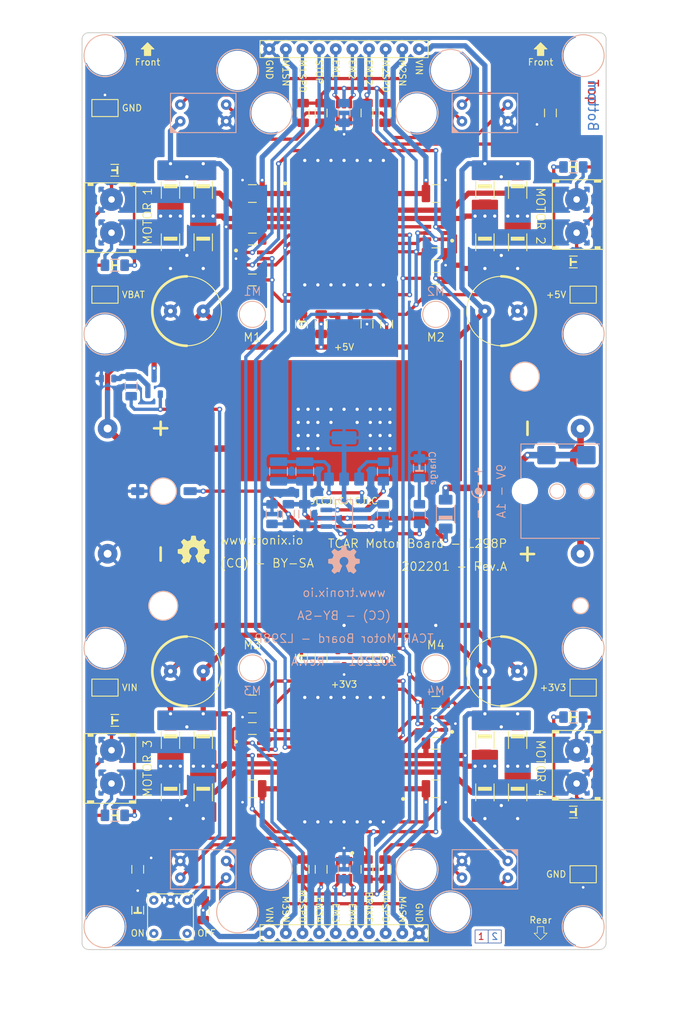
<source format=kicad_pcb>
(kicad_pcb (version 20211014) (generator pcbnew)
  (title_block (title "TCAR Motor Board - L298P") (date "01/2022") (rev "A"))
  (layers (0 "F.Cu" signal) (31 "B.Cu" signal) (34 "B.Paste" user) (35 "F.Paste" user) (36 "B.SilkS" user "B.Silkscreen") (37 "F.SilkS" user "F.Silkscreen") (38 "B.Mask" user) (39 "F.Mask" user) (44 "Edge.Cuts" user))
  (net 0 "")
  (net 1 "GND")
  (net 2 "VIN")
  (net 3 "VBAT")
  (net 4 "+5V")
  (net 5 "Net-(IC301-Pad3)")
  (net 6 "Net-(LED101-Pad2)")
  (net 7 "Net-(BT100-Pad1)")
  (net 8 "VCC")
  (net 9 "+3V3")
  (net 10 "Net-(D100-Pad2)")
  (net 11 "/Driver/M1+")
  (net 12 "/Driver/M1-")
  (net 13 "/Driver/M2-")
  (net 14 "/Driver/M4+")
  (net 15 "/Driver/M4-")
  (net 16 "/Driver/M3+")
  (net 17 "/Driver/M3-")
  (net 18 "Net-(IC100-Pad1)")
  (net 19 "Net-(IC100-Pad4)")
  (net 20 "Net-(IC100-Pad5)")
  (net 21 "Net-(IC100-Pad7)")
  (net 22 "/Driver/M1_SPEED")
  (net 23 "/Driver/BRAKE")
  (net 24 "Net-(IC201-Pad7)")
  (net 25 "Net-(IC201-Pad9)")
  (net 26 "/Driver/M2_SPEED")
  (net 27 "Net-(IC201-Pad13)")
  (net 28 "Net-(IC201-Pad15)")
  (net 29 "/Driver/M4_SPEED")
  (net 30 "Net-(IC204-Pad7)")
  (net 31 "Net-(IC204-Pad9)")
  (net 32 "/Driver/M3_SPEED")
  (net 33 "Net-(IC204-Pad13)")
  (net 34 "Net-(IC204-Pad15)")
  (net 35 "Net-(IC301-Pad1)")
  (net 36 "ENCODER_M2")
  (net 37 "Net-(IC302-Pad1)")
  (net 38 "Net-(IC302-Pad3)")
  (net 39 "ENCODER_M3")
  (net 40 "Net-(LED100-Pad2)")
  (net 41 "Net-(LED201-Pad2)")
  (net 42 "Net-(LED203-Pad2)")
  (net 43 "Net-(LED205-Pad2)")
  (net 44 "Net-(LED207-Pad2)")
  (net 45 "Net-(LED209-Pad2)")
  (net 46 "Net-(LED301-Pad2)")
  (net 47 "Net-(IC303-Pad2)")
  (net 48 "Net-(IC304-Pad2)")
  (net 49 "/Driver/M1_SENSE")
  (net 50 "/Driver/M2_SENSE")
  (net 51 "/Driver/STOP")
  (net 52 "/Driver/M4_SENSE")
  (net 53 "/Driver/M3_SENSE")
  (net 54 "ENCODER_M12")
  (net 55 "ENCODER_M34")
  (net 57 "Net-(Q100-Pad2)")
  (net 58 "Net-(Q101-Pad1)")
  (net 59 "ENCODER_M4")
  (net 60 "ENCODER_M1")
  (net 61 "/Driver/M2+")
  (net 62 "Net-(IC305-Pad2)")
  (net 67 "Net-(IC306-Pad2)")
  (net 68 "Net-(Q102-Pad1)")
  (net 69 "Net-(Q301-Pad2)")
  (net 70 "Net-(Q302-Pad1)")
  (net 71 "Net-(Q301-Pad1)")
  (net 72 "Net-(Q302-Pad2)")
  (footprint "tronixio:SOT-23-6" (layer "F.Cu") (at 89 42.25 90)
    (fp_text reference "IC301")
    (fp_text value "SN74LVC2G17")
  )
  (footprint "tronixio:LED-1206" (layer "F.Cu") (at 124 50.5)
    (fp_text reference "LED204")
    (fp_text value "Red")
  )
  (footprint "tronixio:SOD-128" (layer "F.Cu") (at 110.5 146 -90)
    (fp_text reference "D214")
    (fp_text value "PMEG3030")
  )
  (footprint "tronixio:M3-MASK" (layer "F.Cu") (at 125.5 33.5)
    (fp_text reference "H109" hide)
    (fp_text value "MOUNTING-HOLE-MASK-3MM" hide)
  )
  (footprint "tronixio:RESISTOR-1206" (layer "F.Cu") (at 95.5 74.5 -90)
    (fp_text reference "R211")
    (fp_text value "12K")
  )
  (footprint "tronixio:CAPACITOR-1206" (layer "F.Cu") (at 103 132.25)
    (fp_text reference "C210")
    (fp_text value "100n")
  )
  (footprint "tronixio:SOT-23-6" (layer "F.Cu") (at 103 135.5 180)
    (fp_text reference "IC205")
    (fp_text value "SN74LVC1G19")
  )
  (footprint "tronixio:zzzHARWIN-S1751" (layer "F.Cu") (at 125.5 130)
    (fp_text reference "TP301")
    (fp_text value "HARWIN-S1751")
  )
  (footprint "tronixio:LED-1206" (layer "F.Cu") (at 82.5 125.5 90)
    (fp_text reference "LED301")
    (fp_text value "+3V3")
  )
  (footprint "tronixio:RESISTOR-1206" (layer "F.Cu") (at 103 67.5)
    (fp_text reference "R201")
    (fp_text value "10K")
  )
  (footprint "tronixio:zzzSOT-70-6" (layer "F.Cu") (at 117.5 42.25)
    (fp_text reference "Q301")
    (fp_text value "NEXPERIA-BC846BS")
  )
  (footprint "tronixio:zzzHARWIN-S1751" (layer "F.Cu") (at 125.5 158.5 180)
    (fp_text reference "TP102")
    (fp_text value "HARWIN-S1751")
  )
  (footprint "tronixio:SOT-23-6" (layer "F.Cu") (at 75 139.415)
    (fp_text reference "IC206")
    (fp_text value "SN74LVC1G19")
  )
  (footprint "tronixio:zzzSOPOWER-20" (layer "F.Cu") (at 89 141 180)
    (fp_text reference "IC204")
    (fp_text value "L298P")
  )
  (footprint "tronixio:RESISTOR-1206" (layer "F.Cu") (at 120.5 42.25 -90)
    (fp_text reference "R307")
    (fp_text value "33Ω")
  )
  (footprint "tronixio:LED-1206" (layer "F.Cu") (at 124 134.5 180)
    (fp_text reference "LED205")
    (fp_text value "Red")
  )
  (footprint "tronixio:SOD-128" (layer "F.Cu") (at 67.5 146 -90)
    (fp_text reference "D215")
    (fp_text value "PMEG3030")
  )
  (footprint "tronixio:SOD-128" (layer "F.Cu") (at 67.5 54 -90)
    (fp_text reference "D202")
    (fp_text value "PMEG3030")
  )
  (footprint "tronixALL:OSHW-5MM" (layer "F.Cu") (at 66 109)
    (fp_text reference "G***" hide)
    (fp_text value "LOGO" hide)
  )
  (footprint "tronixio:RESISTOR-1210" (layer "F.Cu") (at 75 145.445 180)
    (fp_text reference "R210")
    (fp_text value "0Ω5")
  )
  (footprint "tronixio:RESISTOR-1206" (layer "F.Cu") (at 82.75 157.75 90)
    (fp_text reference "R304")
    (fp_text value "10K")
  )
  (footprint "tronixio:SOT-23-6" (layer "F.Cu") (at 89 157.75 -90)
    (fp_text reference "IC302")
    (fp_text value "SN74LVC2G17")
  )
  (footprint "tronixio:LED-1206" (layer "F.Cu") (at 54 51)
    (fp_text reference "LED201")
    (fp_text value "Red")
  )
  (footprint "tronixio:zzzE-SWITCH-200USPXT1A1M6RE" (layer "F.Cu") (at 62.5 165 180)
    (fp_text reference "S100")
    (fp_text value "On/Off")
  )
  (footprint "tronixio:M3-MASK" (layer "F.Cu") (at 72.75 164.25)
    (fp_text reference "H102" hide)
    (fp_text value "MOUNTING-HOLE-MASK-3MM" hide)
  )
  (footprint "tronixio:RESISTOR-1206" (layer "F.Cu") (at 92.5 42.25 -90)
    (fp_text reference "R305")
    (fp_text value "2K2")
  )
  (footprint "tronixio:M3-MASK" (layer "F.Cu") (at 72.75 35.75)
    (fp_text reference "H113" hide)
    (fp_text value "MOUNTING-HOLE-MASK-3MM" hide)
  )
  (footprint "tronixio:KEYSTONE-1049" (layer "F.Cu") (at 89 100 90)
    (fp_text reference "BT100")
    (fp_text value "2x18650")
  )
  (footprint "tronixio:SOD-128" (layer "F.Cu") (at 115.5 138 -90)
    (fp_text reference "D209")
    (fp_text value "PMEG3030")
  )
  (footprint "tronixio:CUI-TB006-508-02BE" (layer "F.Cu") (at 124.5 60.54 90)
    (fp_text reference "K202")
    (fp_text value "MOTOR 2")
  )
  (footprint "tronixio:M3-MASK" (layer "F.Cu") (at 52.5 166.5)
    (fp_text reference "H101" hide)
    (fp_text value "MOUNTING-HOLE-MASK-3MM" hide)
  )
  (footprint "tronixio:CUI-TB006-508-02BE" (layer "F.Cu") (at 124.5 144.64 90)
    (fp_text reference "K203")
    (fp_text value "MOTOR 4")
  )
  (footprint "tronixio:M3-MASK" (layer "F.Cu") (at 125.5 124)
    (fp_text reference "H107" hide)
    (fp_text value "MOUNTING-HOLE-MASK-3MM" hide)
  )
  (footprint "tronixio:M3-MASK" (layer "F.Cu") (at 105.25 164.25)
    (fp_text reference "H105" hide)
    (fp_text value "MOUNTING-HOLE-MASK-3MM" hide)
  )
  (footprint "tronixio:SOD-128" (layer "F.Cu") (at 115.5 62 -90)
    (fp_text reference "D208")
    (fp_text value "PMEG3030")
  )
  (footprint "tronixio:SOD-128" (layer "F.Cu") (at 62.5 138 -90)
    (fp_text reference "D212")
    (fp_text value "PMEG3030")
  )
  (footprint "tronixio:CAPACITOR-1206" (layer "F.Cu") (at 85.5 125.5 -90)
    (fp_text reference "C305")
    (fp_text value "1µ")
  )
  (footprint "tronixio:LED-1206" (layer "F.Cu") (at 124 149)
    (fp_text reference "LED206")
    (fp_text value "Red")
  )
  (footprint "tronixio:zzzCAPACITOR-ELECTROLYTIC-RADIAL-100-160-050" (layer "F.Cu") (at 65 127.5 180)
    (fp_text reference "C207")
    (fp_text value "UVZ-470U-35V")
  )
  (footprint "tronixio:CAPACITOR-1206" (layer "F.Cu") (at 92.5 157.75 90)
    (fp_text reference "C303")
    (fp_text value "100n")
  )
  (footprint "tronixio:M3-MASK" (layer "F.Cu") (at 100.15 157.75)
    (fp_text reference "H104" hide)
    (fp_text value "MOUNTING-HOLE-MASK-3MM" hide)
  )
  (footprint "tronixio:zzzHARWIN-S1751" (layer "F.Cu") (at 125.5 70)
    (fp_text reference "TP201")
    (fp_text value "HARWIN-S1751")
  )
  (footprint "tronixio:M3.5" (layer "F.Cu") (at 103 73)
    (fp_text reference "H119" hide)
    (fp_text value "MOUNTING-HOLE-MASK-3MM" hide)
  )
  (footprint "tronixio:RESISTOR-1206" (layer "F.Cu") (at 85.5 157.75 90)
    (fp_text reference "R306")
    (fp_text value "2K2")
  )
  (footprint "tronixio:RESISTOR-1210" (layer "F.Cu") (at 75 54.555 180)
    (fp_text reference "R204")
    (fp_text value "0Ω5")
  )
  (footprint "tronixio:CAPACITOR-1206" (layer "F.Cu") (at 75 67.75 180)
    (fp_text reference "C209")
    (fp_text value "100n")
  )
  (footprint "tronixio:zzzCAPACITOR-ELECTROLYTIC-RADIAL-100-160-050" (layer "F.Cu") (at 113 127.5)
    (fp_text reference "C208")
    (fp_text value "UVZ-470U-35V")
  )
  (footprint "tronixio:CUI-TB006-508-02BE" (layer "F.Cu") (at 53.5 139.56 -90)
    (fp_text reference "K204")
    (fp_text value "MOTOR 3")
  )
  (footprint "tronixio:SOT-23-3" (layer "F.Cu") (at 89 74.5 -90)
    (fp_text reference "IC207")
    (fp_text value "LM3480-50")
  )
  (footprint "tronixio:zzzSOPOWER-20" (layer "F.Cu") (at 89 59)
    (fp_text reference "IC201")
    (fp_text value "L298P")
  )
  (footprint "tronixio:LED-1206" (layer "F.Cu") (at 57.5 164 -90)
    (fp_text reference "LED101")
    (fp_text value "Power")
  )
  (footprint "tronixio:zzzHARWIN-S1751" (layer "F.Cu") (at 52.5 130 180)
    (fp_text reference "TP101")
    (fp_text value "HARWIN-S1751")
  )
  (footprint "tronixio:SOD-128" (layer "F.Cu") (at 62.5 54 -90)
    (fp_text reference "D201")
    (fp_text value "PMEG3030")
  )
  (footprint "tronixio:M3-MASK" (layer "F.Cu") (at 52.5 76)
    (fp_text reference "H115" hide)
    (fp_text value "MOUNTING-HOLE-MASK-3MM" hide)
  )
  (footprint "tronixio:M3-MASK" (layer "F.Cu") (at 77.85 42.25)
    (fp_text reference "H112" hide)
    (fp_text value "MOUNTING-HOLE-MASK-3MM" hide)
  )
  (footprint "tronixio:M3-MASK" (layer "F.Cu") (at 100.15 42.25)
    (fp_text reference "H111" hide)
    (fp_text value "MOUNTING-HOLE-MASK-3MM" hide)
  )
  (footprint "tronixio:SOT-23-6" (layer "F.Cu") (at 103 60.585 180)
    (fp_text reference "IC203")
    (fp_text value "SN74LVC1G19")
  )
  (footprint "tronixio:CAPACITOR-1206" (layer "F.Cu") (at 85.5 42.25 -90)
    (fp_text reference "C301")
    (fp_text value "100n")
  )
  (footprint "tronixio:SOT-23-3" (layer "F.Cu") (at 89 125.5 -90)
    (fp_text reference "IC307")
    (fp_text value "LM3480-33")
  )
  (footprint "tronixio:M3-MASK" (layer "F.Cu") (at 125.5 166.5)
    (fp_text reference "H106" hide)
    (fp_text value "MOUNTING-HOLE-MASK-3MM" hide)
  )
  (footprint "tronixio:M3-MASK" (layer "F.Cu") (at 77.85 157.75)
    (fp_text reference "H103" hide)
    (fp_text value "MOUNTING-HOLE-MASK-3MM" hide)
  )
  (footprint "tronixio:LED-1206" (layer "F.Cu") (at 54 135 180)
    (fp_text reference "LED208")
    (fp_text value "Red")
  )
  (footprint "tronixio:RESISTOR-1210" (layer "F.Cu") (at 103 54.555)
    (fp_text reference "R205")
    (fp_text value "0Ω5")
  )
  (footprint "tronixio:LED-1206" (layer "F.Cu") (at 54 149.5)
    (fp_text reference "LED207")
    (fp_text value "Red")
  )
  (footprint "tronixio:RESISTOR-1206" (layer "F.Cu") (at 95.5 125.5 -90)
    (fp_text reference "R309")
    (fp_text value "6K8")
  )
  (footprint "tronixio:SOD-128" (layer "F.Cu") (at 115.5 146 -90)
    (fp_text reference "D213")
    (fp_text value "PMEG3030")
  )
  (footprint "tronixio:RESISTOR-1206" (layer "F.Cu") (at 82.75 42.25 -90)
    (fp_text reference "R301")
    (fp_text value "10K")
  )
  (footprint "tronixio:M3-MASK" (layer "F.Cu") (at 125.5 76)
    (fp_text reference "H108" hide)
    (fp_text value "MOUNTING-HOLE-MASK-3MM" hide)
  )
  (footprint "tronixio:RESISTOR-1206" (layer "F.Cu") (at 57.5 157.75 -90)
    (fp_text reference "R308")
    (fp_text value "33Ω")
  )
  (footprint "tronixio:SOD-128" (layer "F.Cu") (at 67.5 138 -90)
    (fp_text reference "D211")
    (fp_text value "PMEG3030")
  )
  (footprint "tronixio:LED-1206" (layer "F.Cu") (at 82.5 74.5 90)
    (fp_text reference "LED209")
    (fp_text value "+5V")
  )
  (footprint "tronixio:RESISTOR-1210" (layer "F.Cu") (at 103 145.445)
    (fp_text reference "R209")
    (fp_text value "0Ω5")
  )
  (footprint "tronixio:M3.5" (layer "F.Cu") (at 75 127)
    (fp_text reference "H117" hide)
    (fp_text value "MOUNTING-HOLE-MASK-3MM" hide)
  )
  (footprint "tronixio:RESISTOR-1206" (layer "F.Cu") (at 95.25 157.75 90)
    (fp_text reference "R302")
    (fp_text value "10K")
  )
  (footprint "tronixio:CAPACITOR-1206" (layer "F.Cu") (at 103 138.5)
    (fp_text reference "C206")
    (fp_text value "100n")
  )
  (footprint "tronixio:zzzCAPACITOR-ELECTROLYTIC-RADIAL-100-160-050" (layer "F.Cu") (at 65 72.5 180)
    (fp_text reference "C203")
    (fp_text value "UVZ-470U-35V")
  )
  (footprint "tronixio:SOD-128" (layer "F.Cu") (at 115.5 54 -90)
    (fp_text reference "D204")
    (fp_text value "PMEG3030")
  )
  (footprint "tronixio:CAPACITOR-1206" (layer "F.Cu") (at 92.5 125.5 -90)
    (fp_text reference "C306")
    (fp_text value "1µ")
  )
  (footprint "tronixio:RESISTOR-1210" (layer "F.Cu") (at 75 132.5 180)
    (fp_text reference "R208")
    (fp_text value "10K")
  )
  (footprint "tronixio:zzHARWIN-M20-782104x" (layer "F.Cu") (at 77.57 167.5 90)
    (fp_text reference "K302")
    (fp_text value "Rear")
  )
  (footprint "tronixio:M3-MASK" (layer "F.Cu") (at 105.25 35.75)
    (fp_text reference "H110" hide)
    (fp_text value "MOUNTING-HOLE-MASK-3MM" hide)
  )
  (footprint "tronixio:CAPACITOR-1206" (layer "F.Cu") (at 75 61.5 180)
    (fp_text reference "C202")
    (fp_text value "100n")
  )
  (footprint "tronixio:LED-1206" (layer "F.Cu") (at 124 65 180)
    (fp_text reference "LED203")
    (fp_text value "Red")
  )
  (footprint "tronixio:RESISTOR-1206" (layer "F.Cu") (at 95.25 42.25 -90)
    (fp_text reference "R303")
    (fp_text value "10K")
  )
  (footprint "tronixio:CAPACITOR-1206" (layer "F.Cu") (at 103 63.75)
    (fp_text reference "C201")
    (fp_text value "100n")
  )
  (footprint "tronixio:zzzSOT-70-6" (layer "F.Cu") (at 60.5 157.75 180)
    (fp_text reference "Q302")
    (fp_text value "NEXPERIA-BC846BS")
  )
  (footprint "tronixio:zzzCAPACITOR-ELECTROLYTIC-RADIAL-100-160-050" (layer "F.Cu") (at 113 72.5)
    (fp_text reference "C204")
    (fp_text value "UVZ-470U-35V")
  )
  (footprint "tronixio:CAPACITOR-1206" (layer "F.Cu") (at 75 136.25 180)
    (fp_text reference "C205")
    (fp_text value "100n")
  )
  (footprint "tronixio:RESISTOR-1206" (layer "F.Cu") (at 67.5 164 90)
    (fp_text reference "R107")
    (fp_text value "15K")
  )
  (footprint "tronixio:SOD-128" (layer "F.Cu") (at 62.5 62 -90)
    (fp_text reference "D205")
    (fp_text value "PMEG3030")
  )
  (footprint "tronixio:SOD-128" (layer "F.Cu") (at 67.5 62 -90)
    (fp_text reference "D206")
    (fp_text value "PMEG3030")
  )
  (footprint "tronixio:SOD-128" (layer "F.Cu") (at 62.5 146 -90)
    (fp_text reference "D216")
    (fp_text value "PMEG3030")
  )
  (footprint "tronixio:SOT-23-6" (layer "F.Cu") (at 75 64.5)
    (fp_text reference "IC202")
    (fp_text value "SN74LVC1G19")
  )
  (footprint "tronixio:M3.5" (layer "F.Cu") (at 103 127)
    (fp_text reference "H118" hide)
    (fp_text value "MOUNTING-HOLE-MASK-3MM" hide)
  )
  (footprint "tronixio:SOD-128" (layer "F.Cu") (at 110.5 62 -90)
    (fp_text reference "D207")
    (fp_text value "PMEG3030")
  )
  (footprint "tronixio:zzzHARWIN-S1751" (layer "F.Cu") (at 52.5 70)
    (fp_text reference "TP100")
    (fp_text value "HARWIN-S1751")
  )
  (footprint "tronixio:CAPACITOR-1206" (layer "F.Cu") (at 92.5 74.5 -90)
    (fp_text reference "C212")
    (fp_text value "1µ")
  )
  (footprint "tronixio:SOD-128" (layer "F.Cu") (at 110.5 54 -90)
    (fp_text reference "D203")
    (fp_text value "PMEG3030")
  )
  (footprint "tronixio:CUI-TB006-508-02BE" (layer "F.Cu") (at 53.5 55.46 -90)
    (fp_text reference "K201")
    (fp_text value "MOTOR 1")
  )
  (footprint "tronixio:M3.5" (layer "F.Cu") (at 75 73)
    (fp_text reference "H120" hide)
    (fp_text value "MOUNTING-HOLE-MASK-3MM" hide)
  )
  (footprint "tronixio:zzHARWIN-M20-782104x" (layer "F.Cu") (at 100.43 32.5 -90)
    (fp_text reference "K301")
    (fp_text value "Front")
  )
  (footprint "tronixio:SOD-128" (layer "F.Cu") (at 110.5 138 -90)
    (fp_text reference "D210")
    (fp_text value "PMEG3030")
  )
  (footprint "tronixio:CAPACITOR-1206" (layer "F.Cu") (at 85.5 74.5 -90)
    (fp_text reference "C211")
    (fp_text value "1µ")
  )
  (footprint "tronixio:M3-MASK" (layer "F.Cu") (at 52.5 33.5)
    (fp_text reference "H114" hide)
    (fp_text value "MOUNTING-HOLE-MASK-3MM" hide)
  )
  (footprint "tronixio:LED-1206" (layer "F.Cu") (at 54 65.5 180)
    (fp_text reference "LED202")
    (fp_text value "Red")
  )
  (footprint "tronixio:M3-MASK" (layer "F.Cu") (at 52.5 124)
    (fp_text reference "H116" hide)
    (fp_text value "MOUNTING-HOLE-MASK-3MM" hide)
  )
  (footprint "tronixio:zzzHARWIN-S1751" (layer "F.Cu") (at 52.5 41.5)
    (fp_text reference "TP103")
    (fp_text value "HARWIN-S1751")
  )
  (footprint "tronixio:RESISTOR-1206" (layer "B.Cu") (at 56.5 84 90)
    (fp_text reference "R104")
    (fp_text value "1M")
  )
  (footprint "tronixio:zzzOPB-610" (layer "B.Cu") (at 110.5 42.25)
    (fp_text reference "IC305")
    (fp_text value "TTE-OPB610")
  )
  (footprint "tronixio:SOT-23-3" (layer "B.Cu") (at 52.9 84 -90)
    (fp_text reference "Q100")
    (fp_text value "DMP2305U")
  )
  (footprint "tronixio:THERMISTOR" (layer "B.Cu") (at 61.5 100 180)
    (fp_text reference "TH100")
    (fp_text value "10K")
  )
  (footprint "tronixio:LED-1206" (layer "B.Cu") (at 100.5 96.5 -90)
    (fp_text reference "LED100")
    (fp_text value "Charging")
  )
  (footprint "tronixio:RESISTOR-1206" (layer "B.Cu") (at 124 134.5)
    (fp_text reference "R206")
    (fp_text value "10K")
  )
  (footprint "tronixio:SOT-223-3" (layer "B.Cu") (at 89 95 90)
    (fp_text reference "Q102")
    (fp_text value "STN790A")
  )
  (footprint "tronixio:RESISTOR-1206" (layer "B.Cu") (at 124 50.5 180)
    (fp_text reference "R203")
    (fp_text value "10K")
  )
  (footprint "tronixio:SOIC-08" (layer "B.Cu") (at 89 103.5 180)
    (fp_text reference "IC100" hide)
    (fp_text value "BQ2057W" hide)
  )
  (footprint "tronixio:RESISTOR-1206" (layer "B.Cu") (at 78 103.5 90)
    (fp_text reference "R106")
    (fp_text value "36K")
  )
  (footprint "tronixio:zzzOPB-610" (layer "B.Cu") (at 110.5 157.75 180)
    (fp_text reference "IC304")
    (fp_text value "TTE-OPB610")
  )
  (footprint "tronixio:RESISTOR-1206" (layer "B.Cu") (at 100.5 103.5 90)
    (fp_text reference "R105")
    (fp_text value "10K")
  )
  (footprint "tronixio:RESISTOR-1210" (layer "B.Cu") (at 79 97 90)
    (fp_text reference "R101")
    (fp_text value "0Ω1")
  )
  (footprint "tronixio:RESISTOR-1206" (layer "B.Cu") (at 80.5 103.5 -90)
    (fp_text reference "R103")
    (fp_text value "10K")
  )
  (footprint "tronixio:zzzOPB-610" (layer "B.Cu") (at 67.5 157.75 180)
    (fp_text reference "IC306")
    (fp_text value "TTE-OPB610")
  )
  (footprint "tronixio:RESISTOR-1206" (layer "B.Cu") (at 54 149.5)
    (fp_text reference "R207")
    (fp_text value "10K")
  )
  (footprint "tronixio:CAPACITOR-1206" (layer "B.Cu") (at 89 157.75 90)
    (fp_text reference "C304")
    (fp_text value "1µ")
  )
  (footprint "tronixio:CAPACITOR-1206" (layer "B.Cu") (at 83 103.5 -90)
    (fp_text reference "C100")
    (fp_text value "100n")
  )
  (footprint "tronixio:SOT-23-3" (layer "B.Cu") (at 60 84 90)
    (fp_text reference "Q101")
    (fp_text value "DMP2305U")
  )
  (footprint "tronixio:CAPACITOR-1206" (layer "B.Cu") (at 89 42.25 -90)
    (fp_text reference "C302")
    (fp_text value "1µ")
  )
  (footprint "tronixio:RESISTOR-1206" (layer "B.Cu") (at 95 97 -90)
    (fp_text reference "R102")
    (fp_text value "1K")
  )
  (footprint "tronixio:RESISTOR-1210" (layer "B.Cu") (at 83 97 90)
    (fp_text reference "R100")
    (fp_text value "0Ω1")
  )
  (footprint "tronixio:zzzCUI-PJ-002AH-SMT-TR" (layer "B.Cu") (at 131 100 -90)
    (fp_text reference "K100")
    (fp_text value "Charger")
  )
  (footprint "tronixio:SOD-128" (layer "B.Cu") (at 104.5 103.5 90)
    (fp_text reference "D100")
    (fp_text value "PMEG3030")
  )
  (footprint "tronixio:RESISTOR-1206" (layer "B.Cu") (at 54 65.5 180)
    (fp_text reference "R202")
    (fp_text value "10K")
  )
  (footprint "tronixALL:OSHW-5MM" (layer "B.Cu") (at 89 110.5 180)
    (fp_text reference "G***" hide)
    (fp_text value "LOGO" hide)
  )
  (footprint "tronixio:zzzOPB-610" (layer "B.Cu") (at 67.5 42.25)
    (fp_text reference "IC303")
    (fp_text value "TTE-OPB610")
  )
  (footprint "tronixio:CAPACITOR-1206" (layer "B.Cu") (at 95 103.5 -90)
    (fp_text reference "C101")
    (fp_text value "1µ")
  )
  (gr_rect (start 109 169) (end 113 167) (layer "F.Cu") (width 0.1) (fill none))
  (gr_line (start 111 169) (end 111 167) (layer "F.Cu") (width 0.1))
  (gr_line (start 111 169) (end 111 167) (layer "B.Cu") (width 0.1))
  (gr_rect (start 109 169) (end 113 167) (layer "B.Cu") (width 0.1) (fill none))
  (gr_line (start 109.5 97.5) (end 109.5 96.5) (layer "B.SilkS") (width 0.2))
  (gr_line (start 109 97) (end 110 97) (layer "B.SilkS") (width 0.2))
  (gr_arc (start 110.5 100) (mid 109.5 101) (end 108.5 100) (layer "B.SilkS") (width 0.2))
  (gr_circle (center 109.5 100) (end 110 100) (layer "B.SilkS") (width 0.1) (fill solid))
  (gr_line (start 109.5 99.5) (end 109.5 98.75) (layer "B.SilkS") (width 0.2))
  (gr_line (start 109.5 103) (end 109.5 104) (layer "B.SilkS") (width 0.2))
  (gr_line (start 109.5 101) (end 109.5 101.75) (layer "B.SilkS") (width 0.2))
  (gr_circle (center 72.5 138.25) (end 72.75 138.25) (layer "F.SilkS") (width 0.1) (fill solid))
  (gr_poly (pts (xy 118 167.5) (xy 118.5 167.5) (xy 118.5 166.5) (xy 119.5 166.5) (xy 119.5 167.5) (xy 120 167.5) (xy 119 168.5)) (layer "F.SilkS") (width 0.1) (fill none))
  (gr_circle (center 90.25 155.25) (end 90.5 155.25) (layer "F.SilkS") (width 0.1) (fill solid))
  (gr_circle (center 105.5 61.75) (end 105.75 61.75) (layer "F.SilkS") (width 0.1) (fill solid))
  (gr_circle (center 87.75 44.75) (end 88 44.75) (layer "F.SilkS") (width 0.1) (fill solid))
  (gr_poly (pts (xy 60 32.5) (xy 59.5 32.5) (xy 59.5 33.5) (xy 58.5 33.5) (xy 58.5 32.5) (xy 58 32.5) (xy 59 31.5)) (layer "F.SilkS") (width 0.1) (fill solid))
  (gr_poly (pts (xy 120 32.5) (xy 119.5 32.5) (xy 119.5 33.5) (xy 118.5 33.5) (xy 118.5 32.5) (xy 118 32.5) (xy 119 31.5)) (layer "F.SilkS") (width 0.1) (fill solid))
  (gr_circle (center 105.5 136.75) (end 105.75 136.75) (layer "F.SilkS") (width 0.1) (fill solid))
  (gr_circle (center 98 147) (end 98.25 147) (layer "F.SilkS") (width 0.1) (fill solid))
  (gr_circle (center 80 53) (end 80.25 53) (layer "F.SilkS") (width 0.1) (fill solid))
  (gr_circle (center 72.5 63.25) (end 72.75 63.25) (layer "F.SilkS") (width 0.1) (fill solid))
  (gr_arc (start 49 31) (mid 49.292893 30.292893) (end 50 30) (layer "Edge.Cuts") (width 0.15))
  (gr_line (start 129 169) (end 129 31) (layer "Edge.Cuts") (width 0.15))
  (gr_line (start 50 170) (end 128 170) (layer "Edge.Cuts") (width 0.15))
  (gr_line (start 128 30) (end 50 30) (layer "Edge.Cuts") (width 0.15))
  (gr_arc (start 128 30) (mid 128.707107 30.292893) (end 129 31) (layer "Edge.Cuts") (width 0.15))
  (gr_arc (start 129 169) (mid 128.707107 169.707107) (end 128 170) (layer "Edge.Cuts") (width 0.15))
  (gr_arc (start 50 170) (mid 49.292893 169.707107) (end 49 169) (layer "Edge.Cuts") (width 0.15))
  (gr_line (start 49 31) (end 49 169) (layer "Edge.Cuts") (width 0.15))
  (gr_text "Top" (at 127 37 270) (layer "F.Cu") (effects (font (size 1.5 1.5) (thickness 0.2)) (justify left)))
  (gr_text "1" (at 109.93 168) (layer "F.Cu") (effects (font (size 1 1))))
  (gr_text "2" (at 112 168) (layer "B.Cu") (effects (font (size 1 1)) (justify mirror)))
  (gr_text "Bottom" (at 127 37 270) (layer "B.Cu") (effects (font (size 1.5 1.5) (thickness 0.2)) (justify right mirror)))
  (gr_text "M4" (at 103 130.5) (layer "B.SilkS") (effects (font (size 1.3 1.3)) (justify mirror)))
  (gr_text "(CC) - BY-SA" (at 89 119) (layer "B.SilkS") (effects (font (size 1.3 1.3)) (justify mirror)))
  (gr_text "M1" (at 75 69.5) (layer "B.SilkS") (effects (font (size 1.3 1.3)) (justify mirror)))
  (gr_text "202201 - Rev.A" (at 89 126) (layer "B.SilkS") (effects (font (size 1.3 1.3)) (justify mirror)))
  (gr_text "TCAR Motor Board - L298P" (at 89 122.5) (layer "B.SilkS") (effects (font (size 1.3 1.3)) (justify mirror)))
  (gr_text "M2" (at 103 69.5) (layer "B.SilkS") (effects (font (size 1.3 1.3)) (justify mirror)))
  (gr_text "www.tronix.io" (at 89 115.5) (layer "B.SilkS") (effects (font (size 1.3 1.3)) (justify mirror)))
  (gr_text "9V - 1A" (at 113 100 90) (layer "B.SilkS") (effects (font (size 1.3 1.3)) (justify mirror)))
  (gr_text "M3" (at 75 130.5) (layer "B.SilkS") (effects (font (size 1.3 1.3)) (justify mirror)))
  (gr_text "Charge" (at 102.5 96.5 90) (layer "B.SilkS") (effects (font (size 1 1)) (justify mirror)))
  (gr_text "EM2" (at 90.25 34 270) (layer "F.SilkS") (effects (font (size 1 1)) (justify left)))
  (gr_text "M2" (at 103 76.5) (layer "F.SilkS") (effects (font (size 1.3 1.3))))
  (gr_text "Rear" (at 119 165.5) (layer "F.SilkS") (effects (font (size 1 1))))
  (gr_text "Front" (at 119 34.5) (layer "F.SilkS") (effects (font (size 1 1))))
  (gr_text "M1SN" (at 80.1 34 270) (layer "F.SilkS") (effects (font (size 1 1)) (justify left)))
  (gr_text "TCAR Motor Board - L298P" (at 114 108) (layer "F.SilkS") (effects (font (size 1.3 1.3)) (justify right)))
  (gr_text "EM1" (at 87.75 34 270) (layer "F.SilkS") (effects (font (size 1 1)) (justify left)))
  (gr_text "M2SPD" (at 95.35 34 270) (layer "F.SilkS") (effects (font (size 1 1)) (justify left)))
  (gr_text "JLCJLCJLCJLC" (at 89 101.5) (layer "F.SilkS") (effects (font (size 1 1))))
  (gr_text "GND" (at 77.6 34 270) (layer "F.SilkS") (effects (font (size 1 1)) (justify left)))
  (gr_text "MOTOR 1" (at 59 58 90) (layer "F.SilkS") (effects (font (size 1.3 1.3))))
  (gr_text "+3V3" (at 89 129.5) (layer "F.SilkS") (effects (font (size 1 1))))
  (gr_text "M3SN" (at 80.1 166 270) (layer "F.SilkS") (effects (font (size 1 1)) (justify right)))
  (gr_text "EM12" (at 92.8 34 270) (layer "F.SilkS") (effects (font (size 1 1)) (justify left)))
  (gr_text "ON" (at 57.5 167.5) (layer "F.SilkS") (effects (font (size 1 1))))
  (gr_text "VIN" (at 100.45 34 270) (layer "F.SilkS") (effects (font (size 1 1)) (justify left)))
  (gr_text "www.tronix.io" (at 70 107.5) (layer "F.SilkS") (effects (font (size 1.3 1.3)) (justify left)))
  (gr_text "EM4" (at 90.25 166 270) (layer "F.SilkS") (effects (font (size 1 1)) (justify right)))
  (gr_text "MOTOR 4" (at 119 142.34 270) (layer "F.SilkS") (effects (font (size 1.3 1.3))))
  (gr_text "M4SPD" (at 95.35 166 270) (layer "F.SilkS") (effects (font (size 1 1)) (justify right)))
  (gr_text "+5V" (at 89 78) (layer "F.SilkS") (effects (font (size 1 1))))
  (gr_text "202201 - Rev.A" (at 114 111.5) (layer "F.SilkS") (effects (font (size 1.3 1.3)) (justify right)))
  (gr_text "EM3" (at 87.75 166 270) (layer "F.SilkS") (effects (font (size 1 1)) (justify right)))
  (gr_text "VIN" (at 77.6 166 270) (layer "F.SilkS") (effects (font (size 1 1)) (justify right)))
  (gr_text "+5V" (at 123 70) (layer "F.SilkS") (effects (font (size 1 1)) (justify right)))
  (gr_text "EM34" (at 85.2 166 270) (layer "F.SilkS") (effects (font (size 1 1)) (justify right)))
  (gr_text "M2SN" (at 97.9 34 270) (layer "F.SilkS") (effects (font (size 1 1)) (justify left)))
  (gr_text "STOP" (at 85.2 34 270) (layer "F.SilkS") (effects (font (size 1 1)) (justify left)))
  (gr_text "GND" (at 123 158.5) (layer "F.SilkS") (effects (font (size 1 1)) (justify right)))
  (gr_text "M1SPD" (at 82.65 34 270) (layer "F.SilkS") (effects (font (size 1 1)) (justify left)))
  (gr_text "M1" (at 75 76.5) (layer "F.SilkS") (effects (font (size 1.3 1.3))))
  (gr_text "M4" (at 103 123.5) (layer "F.SilkS") (effects (font (size 1.3 1.3))))
  (gr_text "OFF" (at 68 167.5) (layer "F.SilkS") (effects (font (size 1 1))))
  (gr_text "+3V3" (at 123 130) (layer "F.SilkS") (effects (font (size 1 1)) (justify right)))
  (gr_text "MOTOR 3" (at 59 142.34 90) (layer "F.SilkS") (effects (font (size 1.3 1.3))))
  (gr_text "VBAT" (at 55 70) (layer "F.SilkS") (effects (font (size 1 1)) (justify left)))
  (gr_text "GND" (at 100.45 166 270) (layer "F.SilkS") (effects (font (size 1 1)) (justify right)))
  (gr_text "Front" (at 59 34.5) (layer "F.SilkS") (effects (font (size 1 1))))
  (gr_text "M4SN" (at 97.9 166 270) (layer "F.SilkS") (effects (font (size 1 1)) (justify right)))
  (gr_text "(CC) - BY-SA" (at 70 111) (layer "F.SilkS") (effects (font (size 1.3 1.3)) (justify left)))
  (gr_text "M3SPD" (at 82.65 166 270) (layer "F.SilkS") (effects (font (size 1 1)) (justify right)))
  (gr_text "M3" (at 75 123.5) (layer "F.SilkS") (effects (font (size 1.3 1.3))))
  (gr_text "VIN" (at 55 130) (layer "F.SilkS") (effects (font (size 1 1)) (justify left)))
  (gr_text "BRAKE" (at 92.8 166 270) (layer "F.SilkS") (effects (font (size 1 1)) (justify right)))
  (gr_text "GND" (at 55 41.5) (layer "F.SilkS") (effects (font (size 1 1)) (justify left)))
  (gr_text "MOTOR 2" (at 119 58 270) (layer "F.SilkS") (effects (font (size 1.3 1.3))))
  (segment (start 73.5 132.5) (end 73.5 134.5) (width 0.8) (layer "F.Cu") (net 1))
  (segment (start 95 150.5) (end 101.5 150.5) (width 0.5) (layer "F.Cu") (net 1))
  (segment (start 105.75 132.25) (end 106 132.5) (width 0.5) (layer "F.Cu") (net 1))
  (segment (start 87.3 126.7) (end 87 127) (width 0.5) (layer "F.Cu") (net 1))
  (segment (start 72.25 136.25) (end 73.5 136.25) (width 0.5) (layer "F.Cu") (net 1))
  (segment (start 106 63.5) (end 105.75 63.75) (width 0.5) (layer "F.Cu") (net 1))
  (segment (start 89 126.7) (end 87.3 126.7) (width 0.5) (layer "F.Cu") (net 1))
  (segment (start 105.585 60.585) (end 106 61) (width 0.5) (layer "F.Cu") (net 1))
  (segment (start 73 61.5) (end 73.5 61.5) (width 0.5) (layer "F.Cu") (net 1))
  (segment (start 72.415 139.415) (end 72 139) (width 0.5) (layer "F.Cu") (net 1))
  (segment (start 72 139) (end 72 136.5) (width 0.5) (layer "F.Cu") (net 1))
  (segment (start 104.5 63.75) (end 104.5 65.5) (width 0.8) (layer "F.Cu") (net 1))
  (segment (start 105.5 138.5) (end 106 138) (width 0.5) (layer "F.Cu") (net 1))
  (segment (start 90.7 126.7) (end 91 127) (width 0.5) (layer "F.Cu") (net 1))
  (segment (start 104.5 65.5) (end 106.75 65.5) (width 0.8) (layer "F.Cu") (net 1))
  (segment (start 72.5 62) (end 72.5 64.5) (width 0.5) (layer "F.Cu") (net 1))
  (segment (start 85.5 76) (end 87 76) (width 0.5) (layer "F.Cu") (net 1))
  (segment (start 73.5 67.75) (end 72.75 67.75) (width 0.5) (layer "F.Cu") (net 1))
  (segment (start 62.5 127.5) (end 69.5 120.5) (width 0.8) (layer "F.Cu") (net 1))
  (segment (start 82.5 76) (end 85.5 76) (width 0.5) (layer "F.Cu") (net 1))
  (segment (start 104.5 138.5) (end 105.5 138.5) (width 0.5) (layer "F.Cu") (net 1))
  (segment (start 69.5 120.5) (end 108.5 120.5) (width 0.8) (layer "F.Cu") (net 1))
  (segment (start 106 132.5) (end 106 135.5) (width 0.5) (layer "F.Cu") (net 1))
  (segment locked (start 89 75.7) (end 90.7 75.7) (width 0.5) (layer "F.Cu") (net 1))
  (segment (start 101.5 150.5) (end 104.5 147.5) (width 0.5) (layer "F.Cu") (net 1))
  (segment (start 92 154.5) (end 89 154.5) (width 0.5) (layer "F.Cu") (net 1))
  (segment (start 108.5 120.5) (end 115.5 127.5) (width 0.8) (layer "F.Cu") (net 1))
  (segment (start 89 75.7) (end 87.3 75.7) (width 0.5) (layer "F.Cu") (net 1))
  (segment (start 72.75 67.75) (end 72.5 67.5) (width 0.5) (layer "F.Cu") (net 1))
  (segment (start 82.5 127) (end 85.5 127) (width 0.5) (layer "F.Cu") (net 1))
  (segment (start 72.5 67.5) (end 72.5 64.5) (width 0.5) (layer "F.Cu") (net 1))
  (segment (start 73.5 54.555) (end 73.5 52.5) (width 0.5) (layer "F.Cu") (net 1))
  (segment (start 73.5 136.25) (end 73.5 134.5) (width 0.8) (layer "F.Cu") (net 1))
  (segment (start 72 136.5) (end 72.25 136.25) (width 0.5) (layer "F.Cu") (net 1))
  (segment (start 104.3 60.585) (end 105.585 60.585) (width 0.5) (layer "F.Cu") (net 1))
  (segment (start 118.45 42.9) (end 118.45 44) (width 0.4) (layer "F.Cu") (net 1))
  (segment (start 106 138) (end 106 135.5) (width 0.5) (layer "F.Cu") (net 1))
  (segment (start 89 45.5) (end 86 45.5) (width 0.5) (layer "F.Cu") (net 1))
  (segment (start 89 45.5) (end 89 43.55) (width 0.5) (layer "F.Cu") (net 1))
  (segment (start 125.5 160.5) (end 125.5 158.5) (width 0.8) (layer "F.Cu") (net 1))
  (segment (start 57.5 159.25) (end 57.5 161) (width 0.8) (layer "F.Cu") (net 1))
  (segment (start 107.25 66) (end 110.5 66) (width 0.8) (layer "F.Cu") (net 1))
  (segment (start 106 61) (end 106 63.5) (width 0.5) (layer "F.Cu") (net 1))
  (segment (start 52.5 41.5) (end 52.5 39.5) (width 0.8) (layer "F.Cu") (net 1))
  (segment (start 59.55 157.1) (end 59.55 156) (width 0.4) (layer "F.Cu") (net 1))
  (segment (start 92.5 76) (end 92.5 74.5) (width 0.5) (layer "F.Cu") (net 1))
  (segment (start 106.75 65.5) (end 107.25 66) (width 0.8) (layer "F.Cu") (net 1))
  (segment (start 85.5 45) (end 85.5 43.75) (width 0.5) (layer "F.Cu") (net 1))
  (segment (start 87.3 75.7) (end 87 76) (width 0.5) (layer "F.Cu") (net 1))
  (segment (start 92.5 155) (end 92 154.5) (width 0.5) (layer "F.Cu") (net 1))
  (segment (start 89 126.7) (end 89 128) (width 0.5) (layer "F.Cu") (net 1))
  (segment (start 72.5 62) (end 73 61.5) (width 0.5) (layer "F.Cu") (net 1))
  (segment (start 89 156.45) (end 89 154.5) (width 0.5) (layer "F.Cu") (net 1))
  (segment (start 92.5 127) (end 91 127) (width 0.5) (layer "F.Cu") (net 1))
  (segment (start 104.5 132.25) (end 105.75 132.25) (width 0.5) (layer "F.Cu") (net 1))
  (segment (start 73.5 145.445) (end 73.5 147.5) (width 0.5) (layer "F.Cu") (net 1))
  (segment (start 85.5 127) (end 87 127) (width 0.5) (layer "F.Cu") (net 1))
  (segment (start 105.75 63.75) (end 104.5 63.75) (width 0.5) (layer "F.Cu") (net 1))
  (segment (start 57.5 162.5) (end 57.5 161) (width 0.8) (layer "F.Cu") (net 1))
  (segment (start 90.7 75.7) (end 91 76) (width 0.5) (layer "F.Cu") (net 1))
  (segment (start 104.3 135.5) (end 106 135.5) (width 0.5) (layer "F.Cu") (net 1))
  (segment (start 73.7 64.5) (end 72.5 64.5) (width 0.5) (layer "F.Cu") (net 1))
  (segment (start 92.5 156.25) (end 92.5 155) (width 0.5) (layer "F.Cu") (net 1))
  (segment (start 89 126.7) (end 90.7 126.7) (width 0.5) (layer "F.Cu") (net 1))
  (segment (start 73.7 139.415) (end 72.415 139.415) (width 0.5) (layer "F.Cu") (net 1))
  (segment (start 92.5 76) (end 91 76) (width 0.5) (layer "F.Cu") (net 1))
  (segment (start 86 45.5) (end 85.5 45) (width 0.5) (layer "F.Cu") (net 1))
  (segment (start 104.5 145.445) (end 104.5 147.5) (width 0.5) (layer "F.Cu") (net 1))
  (segment (start 104.5 54.555) (end 104.5 52.5) (width 0.5) (layer "F.Cu") (net 1))
  (via (at 125.5 160.5) (size 0.8) (drill 0.4) (layers "F.Cu" "B.Cu") (net 1))
  (via (at 59.55 156) (size 0.8) (drill 0.4) (layers "F.Cu" "B.Cu") (net 1))
  (via (at 62.5 150) (size 1) (drill 0.5) (layers "F.Cu" "B.Cu") (net 1))
  (via (at 93 49.5) (size 1) (drill 0.5) (layers "F.Cu" "B.Cu") (net 1))
  (via (at 57.5 161) (size 0.8) (drill 0.4) (layers "F.Cu" "B.Cu") (net 1))
  (via (at 87 68.5) (size 1) (drill 0.5) (layers "F.Cu" "B.Cu") (net 1))
  (via (at 89 68.5) (size 1) (drill 0.5) (layers "F.Cu" "B.Cu") (net 1))
  (via (at 83 150.5) (size 1) (drill 0.5) (layers "F.Cu" "B.Cu") (net 1))
  (via (at 93 68.5) (size 1) (drill 0.5) (layers "F.Cu" "B.Cu") (net 1))
  (via (at 89 45.5) (size 0.8) (drill 0.4) (layers "F.Cu" "B.Cu") (net 1))
  (via (at 52.5 39.5) (size 0.8) (drill 0.4) (layers "F.Cu" "B.Cu") (net 1))
  (via (at 72.5 64.5) (size 0.8) (drill 0.4) (layers "F.Cu" "B.Cu") (net 1))
  (via (at 87 150.5) (size 1) (drill 0.5) (layers "F.Cu" "B.Cu") (net 1))
  (via (at 73.5 134.5) (size 0.8) (drill 0.4) (layers "F.Cu" "B.Cu") (net 1))
  (via (at 87 49.5) (size 1) (drill 0.5) (layers "F.Cu" "B.Cu") (net 1))
  (via (at 115.5 150) (size 1) (drill 0.5) (layers "F.Cu" "B.Cu") (net 1))
  (via (at 91 68.5) (size 1) (drill 0.5) (layers "F.Cu" "B.Cu") (net 1))
  (via (at 89 154.5) (size 0.8) (drill 0.4) (layers "F.Cu" "B.Cu") (net 1))
  (via (at 83 68.5) (size 1) (drill 0.5) (layers "F.Cu" "B.Cu") (net 1))
  (via (at 85 150.5) (size 1) (drill 0.5) (layers "F.Cu" "B.Cu") (net 1))
  (via (at 89 49.5) (size 1) (drill 0.5) (layers "F.Cu" "B.Cu") (net 1))
  (via (at 104.5 147.5) (size 0.8) (drill 0.4) (layers "F.Cu" "B.Cu") (net 1))
  (via (at 67.5 66) (size 1) (drill 0.5) (layers "F.Cu" "B.Cu") (net 1))
  (via (at 73.5 52.5) (size 0.8) (drill 0.4) (layers "F.Cu" "B.Cu") (net 1))
  (via (at 115.5 66) (size 1) (drill 0.5) (layers "F.Cu" "B.Cu") (net 1))
  (via (at 106 135.5) (size 0.8) (drill 0.4) (layers "F.Cu" "B.Cu") (net 1))
  (via (at 89 128) (size 0.8) (drill 0.4) (layers "F.Cu" "B.Cu") (net 1))
  (via (at 95 49.5) (size 1) (drill 0.5) (layers "F.Cu" "B.Cu") (net 1))
  (via (at 110.5 150) (size 1) (drill 0.5) (layers "F.Cu" "B.Cu") (net 1))
  (via (at 104.5 65.5) (size 0.8) (drill 0.4) (layers "F.Cu" "B.Cu") (net 1))
  (via (at 113 148) (size 1) (drill 0.5) (layers "F.Cu" "B.Cu") (net 1))
  (via (at 62.5 66) (size 1) (drill 0.5) (layers "F.Cu" "B.Cu") (net 1))
  (via (at 93 150.5) (size 1) (drill 0.5) (layers "F.Cu" "B.Cu") (net 1))
  (via (at 65 148) (size 1) (drill 0.5) (layers "F.Cu" "B.Cu") (net 1))
  (via (at 104.5 52.5) (size 0.8) (drill 0.4) (layers "F.Cu" "B.Cu") (net 1))
  (via (at 73.5 147.5) (size 0.8) (drill 0.4) (layers "F.Cu" "B.Cu") (net 1))
  (via (at 95 131.5) (size 1) (drill 0.5) (layers "F.Cu" "B.Cu") (net 1))
  (via (at 92.5 74.5) (size 0.8) (drill 0.4) (layers "F.Cu" "B.Cu") (net 1))
  (via (at 89 150.5) (size 1) (drill 0.5) (layers "F.Cu" "B.Cu") (net 1))
  (via (at 91 49.5) (size 1) (drill 0.5) (layers "F.Cu" "B.Cu") (net 1))
  (via (at 118.45 44) (size 0.8) (drill 0.4) (layers "F.Cu" "B.Cu") (net 1))
  (via (at 110.5 66) (size 1) (drill 0.5) (layers "F.Cu" "B.Cu") (net 1))
  (via (at 83 131.5) (size 1) (drill 0.5) (layers "F.Cu" "B.Cu") (net 1))
  (via (at 95 150.5) (size 1) (drill 0.5) (layers "F.Cu" "B.Cu") (net 1))
  (via (at 83 49.5) (size 1) (drill 0.5) (layers "F.Cu" "B.Cu") (net 1))
  (via (at 89 120.5) (size 1) (drill 0.5) (layers "F.Cu" "B.Cu") (net 1))
  (via (at 85 49.5) (size 1) (drill 0.5) (layers "F.Cu" "B.Cu") (net 1))
  (via (at 87 131.5) (size 1) (drill 0.5) (layers "F.Cu" "B.Cu") (net 1))
  (via (at 67.5 150) (size 1) (drill 0.5) (layers "F.Cu" "B.Cu") (net 1))
  (via (at 93 131.5) (size 1) (drill 0.5) (layers "F.Cu" "B.Cu") (net 1))
  (via (at 65 64) (size 1) (drill 0.5) (layers "F.Cu" "B.Cu") (net 1))
  (via (at 95 68.5) (size 1) (drill 0.5) (layers "F.Cu" "B.Cu") (net 1))
  (via (at 89 131.5) (size 1) (drill 0.5) (layers "F.Cu" "B.Cu") (net 1))
  (via (at 113 64) (size 1) (drill 0.5) (layers "F.Cu" "B.Cu") (net 1))
  (via (at 85 68.5) (size 1) (drill 0.5) (layers "F.Cu" "B.Cu") (net 1))
  (via (at 91 150.5) (size 1) (drill 0.5) (layers "F.Cu" "B.Cu") (net 1))
  (via (at 85 131.5) (size 1) (drill 0.5) (layers "F.Cu" "B.Cu") (net 1))
  (via (at 103 120.5) (size 1) (drill 0.5) (layers "F.Cu" "B.Cu") (net 1))
  (via (at 91 131.5) (size 1) (drill 0.5) (layers "F.Cu" "B.Cu") (net 1))
  (segment (start 89 156.25) (end 89 154.5) (width 0.5) (layer "B.Cu") (net 1))
  (segment (start 89 45.5) (end 89 43.75) (width 0.5) (layer "B.Cu") (net 1))
  (segment (start 67.5 72.5) (end 60 80) (width 0.8) (layer "F.Cu") (net 2))
  (segment (start 62.5 133) (end 62.5 134) (width 0.8) (layer "F.Cu") (net 2))
  (segment (start 85.5 124) (end 85.5 122) (width 0.8) (layer "F.Cu") (net 2))
  (segment (start 52.5 130) (end 59.5 130) (width 0.8) (layer "F.Cu") (net 2))
  (segment (start 88.05 124.3) (end 87.3 124.3) (width 0.5) (layer "F.Cu") (net 2))
  (segment (start 85.5 73) (end 85.5 74.5) (width 0.8) (layer "F.Cu") (net 2))
  (segment (start 67.5 134) (end 71.5 134) (width 0.8) (layer "F.Cu") (net 2))
  (segment (start 73 122) (end 85.5 122) (width 0.8) (layer "F.Cu") (net 2))
  (segment (start 88.05 73.3) (end 87 73.3) (width 0.5) (layer "F.Cu") (net 2))
  (segment (start 96.1 140.365) (end 107.5 140.365) (width 0.8) (layer "F.Cu") (net 2))
  (segment (start 73 78) (end 67.5 72.5) (width 0.8) (layer "F.Cu") (net 2))
  (segment (start 105 78) (end 73 78) (width 0.8) (layer "F.Cu") (net 2))
  (segment (start 85.5 124) (end 87 124) (width 0.5) (layer "F.Cu") (net 2))
  (segment (start 67.5 164) (end 67.5 162.5) (width 0.5) (layer "F.Cu") (net 2))
  (segment (start 105 122) (end 110.5 127.5) (width 0.8) (layer "F.Cu") (net 2))
  (segment (start 67.5 127.5) (end 73 122) (width 0.8) (layer "F.Cu") (net 2))
  (segment (start 87.3 124.3) (end 87 124) (width 0.5) (layer "F.Cu") (net 2))
  (segment (start 110.5 72.5) (end 105 78) (width 0.8) (layer "F.Cu") (net 2))
  (segment (start 86.7 73) (end 85.5 73) (width 0.5) (layer "F.Cu") (net 2))
  (segment (start 81.9 59.635) (end 71 59.635) (width 0.8) (layer "F.Cu") (net 2))
  (segment (start 85.5 122) (end 105 122) (width 0.8) (layer "F.Cu") (net 2))
  (segment (start 76.5 61.5) (end 76.5 59.635) (width 0.8) (layer "F.Cu") (net 2))
  (segment (start 67.5 134) (end 67.5 127.5) (width 0.8) (layer "F.Cu") (net 2))
  (segment (start 60 80) (end 60 81.25) (width 0.8) (layer "F.Cu") (net 2))
  (segment (start 59.5 130) (end 62.5 133) (width 0.8) (layer "F.Cu") (net 2))
  (segment (start 87 73.3) (end 86.7 73) (width 0.5) (layer "F.Cu") (net 2))
  (segment (start 101.5 138.5) (end 101.5 140.365) (width 0.8) (layer "F.Cu") (net 2))
  (via (at 110.5 50) (size 1) (drill 0.5) (layers "F.Cu" "B.Cu") (net 2))
  (via (at 113 52) (size 1) (drill 0.5) (layers "F.Cu" "B.Cu") (net 2))
  (via (at 60 81.25) (size 0.8) (drill 0.4) (layers "F.Cu" "B.Cu") (net 2))
  (via (at 62.5 134) (size 1) (drill 0.5) (layers "F.Cu" "B.Cu") (net 2))
  (via (at 110.5 134) (size 1) (drill 0.5) (layers "F.Cu" "B.Cu") (net 2))
  (via (at 71 59.635) (size 0.8) (drill 0.4) (layers "F.Cu" "B.Cu") (net 2))
  (via (at 67.5 164) (size 0.8) (drill 0.4) (layers "F.Cu" "B.Cu") (net 2))
  (via (at 85.5 78) (size 0.8) (drill 0.4) (layers "F.Cu" "B.Cu") (net 2))
  (via (at 107.5 140.365) (size 0.8) (drill 0.4) (layers "F.Cu" "B.Cu") (net 2))
  (via (at 65 52) (size 1) (drill 0.5) (layers "F.Cu" "B.Cu") (net 2))
  (via (at 85.5 74.5) (size 0.8) (drill 0.4) (layers "F.Cu" "B.Cu") (net 2))
  (via (at 62.5 50) (size 1) (drill 0.5) (layers "F.Cu" "B.Cu") (net 2))
  (via (at 65 136) (size 1) (drill 0.5) (layers "F.Cu" "B.Cu") (net 2))
  (via (at 71.5 134) (size 0.8) (drill 0.4) (layers "F.Cu" "B.Cu") (net 2))
  (via (at 115.5 134) (size 1) (drill 0.5) (layers "F.Cu" "B.Cu") (net 2))
  (via (at 113 136) (size 1) (drill 0.5) (layers "F.Cu" "B.Cu") (net 2))
  (via (at 115.5 50) (size 1) (drill 0.5) (layers "F.Cu" "B.Cu") (net 2))
  (via (at 67.5 134) (size 1) (drill 0.5) (layers "F.Cu" "B.Cu") (net 2))
  (via (at 67.5 50) (size 1) (drill 0.5) (layers "F.Cu" "B.Cu") (net 2))
  (segment (start 110.5 134) (end 108 134) (width 0.8) (layer "B.Cu") (net 2))
  (segment (start 64 43.52) (end 62.5 45.02) (width 0.8) (layer "B.Cu") (net 2))
  (segment (start 70 168) (end 67.5 165.5) (width 0.8) (layer "B.Cu") (net 2))
  (segment (start 108 50) (end 107 51) (width 0.8) (layer "B.Cu") (net 2))
  (segment (start 67.5 165.5) (end 67.5 164) (width 0.8) (layer "B.Cu") (net 2))
  (segment (start 60 82.8) (end 60 81.25) (width 0.8) (layer "B.Cu") (net 2))
  (segment (start 71 51) (end 71 69) (width 0.8) (layer "B.Cu") (net 2))
  (segment (start 102 32.5) (end 102.5 32) (width 0.8) (layer "B.Cu") (net 2))
  (segment (start 110.5 127.5) (end 110.5 72.5) (width 0.8) (layer "B.Cu") (net 2))
  (segment (start 71 69) (end 67.5 72.5) (width 0.8) (layer "B.Cu") (net 2))
  (segment (start 108 134) (end 107.5 134.5) (width 0.8) (layer "B.Cu") (net 2))
  (segment (start 110.5 134) (end 110.5 127.5) (width 0.8) (layer "B.Cu") (net 2))
  (segment (start 67.5 50) (end 70 50) (width 0.8) (layer "B.Cu") (net 2))
  (segment (start 100.43 32.5) (end 102 32.5) (width 0.8) (layer "B.Cu") (net 2))
  (segment (start 85.5 78) (end 85.5 74.5) (width 0.8) (layer "B.Cu") (net 2))
  (segment (start 76 167.5) (end 75.5 168) (width 0.8) (layer "B.Cu") (net 2))
  (segment (start 102.5 32) (end 107.5 32) (width 0.8) (layer "B.Cu") (net 2))
  (segment (start 107 51) (end 107 69) (width 0.8) (layer "B.Cu") (net 2))
  (segment (start 110.5 50) (end 108 50) (width 0.8) (layer "B.Cu") (net 2))
  (segment (start 107.5 149.98) (end 114 156.48) (width 0.8) (layer "B.Cu") (net 2))
  (segment (start 75.5 168) (end 70 168) (width 0.8) (layer "B.Cu") (net 2))
  (segment (start 110.5 35) (end 110.5 50) (width 0.8) (layer "B.Cu") (net 2))
  (segment (start 62.5 45.02) (end 62.5 50) (width 0.8) (layer "B.Cu") (net 2))
  (segment (start 70 50) (end 71 51) (width 0.8) (layer "B.Cu") (net 2))
  (segment (start 67.5 164) (end 69 162.5) (width 0.8) (layer "B.Cu") (net 2))
  (segment (start 69 155.5) (end 71.5 153) (width 0.8) (layer "B.Cu") (net 2))
  (segment (start 107.5 32) (end 110.5 35) (width 0.8) (layer "B.Cu") (net 2))
  (segment (start 107.5 134.5) (end 107.5 149.98) (width 0.8) (layer "B.Cu") (net 2))
  (segment (start 107 69) (end 110.5 72.5) (width 0.8) (layer "B.Cu") (net 2))
  (segment (start 69 162.5) (end 69 155.5) (width 0.8) (layer "B.Cu") (net 2))
  (segment (start 77.57 167.5) (end 76 167.5) (width 0.8) (layer "B.Cu") (net 2))
  (segment (start 71.5 153) (end 71.5 134) (width 0.8) (layer "B.Cu") (net 2))
  (segment (start 82 93.5) (end 55.96 93.5) (width 1) (layer "F.Cu") (net 3))
  (segment (start 55.96 93.5) (end 52.9 90.44) (width 1) (layer "F.Cu") (net 3))
  (segment (start 57 72) (end 55 70) (width 0.8) (layer "F.Cu") (net 3))
  (segment (start 57 78) (end 57 72) (width 0.8) (layer "F.Cu") (net 3))
  (segment (start 52.9 90.44) (end 52.9 82.1) (width 0.8) (layer "F.Cu") (net 3))
  (segment (start 52.9 82.1) (end 57 78) (width 0.8) (layer "F.Cu") (net 3))
  (segment (start 55 70) (end 52.5 70) (width 0.8) (layer "F.Cu") (net 3))
  (via (at 82 89.5) (size 1) (drill 0.5) (layers "F.Cu" "B.Cu") (net 3))
  (via (at 94.5 87.5) (size 1) (drill 0.5) (layers "F.Cu" "B.Cu") (net 3))
  (via (at 89 87.5) (size 1) (drill 0.5) (layers "F.Cu" "B.Cu") (net 3))
  (via (at 87 89.5) (size 1) (drill 0.5) (layers "F.Cu" "B.Cu") (net 3))
  (via (at 82 93.5) (size 1) (drill 0.5) (layers "F.Cu" "B.Cu") (net 3))
  (via (at 93 91.5) (size 1) (drill 0.5) (layers "F.Cu" "B.Cu") (net 3))
  (via (at 82 91.5) (size 1) (drill 0.5) (layers "F.Cu" "B.Cu") (net 3))
  (via (at 85 93.5) (size 1) (drill 0.5) (layers "F.Cu" "B.Cu") (net 3))
  (via (at 94.5 93.5) (size 1) (drill 0.5) (layers "F.Cu" "B.Cu") (net 3))
  (via (at 83.5 89.5) (size 1) (drill 0.5) (layers "F.Cu" "B.Cu") (net 3))
  (via (at 94.5 89.5) (size 1) (drill 0.5) (layers "F.Cu" "B.Cu") (net 3))
  (via (at 82 87.5) (size 1) (drill 0.5) (layers "F.Cu" "B.Cu") (net 3))
  (via (at 87 87.5) (size 1) (drill 0.5) (layers "F.Cu" "B.Cu") (net 3))
  (via (at 96 89.5) (size 1) (drill 0.5) (layers "F.Cu" "B.Cu") (net 3))
  (via (at 91 89.5) (size 1) (drill 0.5) (layers "F.Cu" "B.Cu") (net 3))
  (via (at 83.5 91.5) (size 1) (drill 0.5) (layers "F.Cu" "B.Cu") (net 3))
  (via (at 96 87.5) (size 1) (drill 0.5) (layers "F.Cu" "B.Cu") (net 3))
  (via (at 96 93.5) (size 1) (drill 0.5) (layers "F.Cu" "B.Cu") (net 3))
  (via (at 85 87.5) (size 1) (drill 0.5) (layers "F.Cu" "B.Cu") (net 3))
  (via (at 94.5 91.5) (size 1) (drill 0.5) (layers "F.Cu" "B.Cu") (net 3))
  (via (at 91 87.5) (size 1) (drill 0.5) (layers "F.Cu" "B.Cu") (net 3))
  (via (at 83.5 87.5) (size 1) (drill 0.5) (layers "F.Cu" "B.Cu") (net 3))
  (via (at 93 93.5) (size 1) (drill 0.5) (layers "F.Cu" "B.Cu") (net 3))
  (via (at 85 91.5) (size 1) (drill 0.5) (layers "F.Cu" "B.Cu") (net 3))
  (via (at 83.5 93.5) (size 1) (drill 0.5) (layers "F.Cu" "B.Cu") (net 3))
  (via (at 96 91.5) (size 1) (drill 0.5) (layers "F.Cu" "B.Cu") (net 3))
  (via (at 93 87.5) (size 1) (drill 0.5) (layers "F.Cu" "B.Cu") (net 3))
  (via (at 85 89.5) (size 1) (drill 0.5) (layers "F.Cu" "B.Cu") (net 3))
  (via (at 93 89.5) (size 1) (drill 0.5) (layers "F.Cu" "B.Cu") (net 3))
  (segment (start 92.885 102.865) (end 93.75 102) (width 0.7) (layer "B.Cu") (net 3))
  (segment (start 52.9 90.44) (end 52.9 85.2) (width 0.8) (layer "B.Cu") (net 3))
  (segment (start 91.7 102.865) (end 90.365 102.865) (width 0.7) (layer "B.Cu") (net 3))
  (segment (start 93.75 102) (end 95 102) (width 0.7) (layer "B.Cu") (net 3))
  (segment (start 89 98.15) (end 89 91.85) (width 0.7) (layer "B.Cu") (net 3))
  (segment (start 89 101.5) (end 89 98.15) (width 0.7) (layer "B.Cu") (net 3))
  (segment (start 90.365 102.865) (end 89 101.5) (width 0.7) (layer "B.Cu") (net 3))
  (segment (start 91.7 102.865) (end 92.885 102.865) (width 0.7) (layer "B.Cu") (net 3))
  (segment (start 96.1 63.445) (end 100 63.445) (width 0.5) (layer "F.Cu") (net 4))
  (segment (start 76.5 67.75) (end 78 67.75) (width 0.5) (layer "F.Cu") (net 4))
  (segment (start 79.5 71) (end 91.5 71) (width 0.5) (layer "F.Cu") (net 4))
  (segment (start 77.5 136.25) (end 76.5 136.25) (width 0.5) (layer "F.Cu") (net 4))
  (segment (start 78.5 136.5) (end 77.75 136.5) (width 0.5) (layer "F.Cu") (net 4))
  (segment (start 101.5 132.25) (end 100.25 132.25) (width 0.5) (layer "F.Cu") (net 4))
  (segment (start 101.7 135.5) (end 100.25 135.5) (width 0.5) (layer "F.Cu") (net 4))
  (segment (start 78.5 132.5) (end 80.75 130.25) (width 0.5) (layer "F.Cu") (net 4))
  (segment (start 76.3 139.415) (end 78.4995 139.415) (width 0.5) (layer "F.Cu") (net 4))
  (segment (start 91 73.3) (end 91.3 73) (width 0.5) (layer "F.Cu") (net 4))
  (segment (start 78.4995 139.415) (end 78.5 139.4155) (width 0.5) (layer "F.Cu") (net 4))
  (segment (start 98.5 73) (end 100 71.5) (width 0.5) (layer "F.Cu") (net 4))
  (segment (start 78 67.75) (end 78 69.5) (width 0.5) (layer "F.Cu") (net 4))
  (segment (start 92.5 72) (end 91.5 71) (width 0.5) (layer "F.Cu") (net 4))
  (segment (start 100 71.5) (end 101.5 70) (width 0.5) (layer "F.Cu") (net 4))
  (segment (start 98.25 130.25) (end 100.25 132.25) (width 0.5) (layer "F.Cu") (net 4))
  (segment (start 100.2505 60.585) (end 100.25 60.5845) (width 0.5) (layer "F.Cu") (net 4))
  (segment (start 98.5 73) (end 95.5 73) (width 0.5) (layer "F.Cu") (net 4))
  (segment (start 91.3 73) (end 92.5 73) (width 0.5) (layer "F.Cu") (net 4))
  (segment (start 76.3 64.5) (end 78 64.5) (width 0.5) (layer "F.Cu") (net 4))
  (segment (start 78.5 136.5) (end 78.555 136.555) (width 0.5) (layer "F.Cu") (net 4))
  (segment (start 78.5 136.5) (end 78.5 132.5) (width 0.5) (layer "F.Cu") (net 4))
  (segment (start 101.7 60.585) (end 100.2505 60.585) (width 0.5) (layer "F.Cu") (net 4))
  (segment (start 89.95 73.3) (end 91 73.3) (width 0.5) (layer "F.Cu") (net 4))
  (segment (start 101.5 63.75) (end 100.305 63.75) (width 0.5) (layer "F.Cu") (net 4))
  (segment (start 77.75 136.5) (end 77.5 136.25) (width 0.5) (layer "F.Cu") (net 4))
  (segment (start 100.305 63.75) (end 100 63.445) (width 0.5) (layer "F.Cu") (net 4))
  (segment (start 92.5 73) (end 92.5 72) (width 0.5) (layer "F.Cu") (net 4))
  (segment (start 78.555 136.555) (end 81.9 136.555) (width 0.5) (layer "F.Cu") (net 4))
  (segment (start 80.75 130.25) (end 98.25 130.25) (width 0.5) (layer "F.Cu") (net 4))
  (segment (start 79.5 71) (end 78 69.5) (width 0.5) (layer "F.Cu") (net 4))
  (segment (start 92.5 73) (end 95.5 73) (width 0.5) (layer "F.Cu") (net 4))
  (segment (start 125.5 70) (end 101.5 70) (width 0.5) (layer "F.Cu") (net 4))
  (via (at 100.25 132.25) (size 0.8) (drill 0.4) (layers "F.Cu" "B.Cu") (net 4))
  (via (at 78.5 139.4155) (size 0.8) (drill 0.4) (layers "F.Cu" "B.Cu") (net 4))
  (via (at 78 67.75) (size 0.8) (drill 0.4) (layers "F.Cu" "B.Cu") (net 4))
  (via (at 100 71.5) (size 0.8) (drill 0.4) (layers "F.Cu" "B.Cu") (net 4))
  (via (at 78 64.5) (size 0.8) (drill 0.4) (layers "F.Cu" "B.Cu") (net 4))
  (via (at 100.25 135.5) (size 0.8) (drill 0.4) (layers "F.Cu" "B.Cu") (net 4))
  (via (at 100.25 60.5845) (size 0.8) (drill 0.4) (layers "F.Cu" "B.Cu") (net 4))
  (via (at 78.5 136.5) (size 0.8) (drill 0.4) (layers "F.Cu" "B.Cu") (net 4))
  (via (at 100 63.445) (size 0.8) (drill 0.4) (layers "F.Cu" "B.Cu") (net 4))
  (segment (start 78 67.75) (end 78 64.5) (width 0.5) (layer "B.Cu") (net 4))
  (segment (start 78.5 139.4155) (end 78.5 136.5) (width 0.5) (layer "B.Cu") (net 4))
  (segment (start 78.5 136.5) (end 78.5 126) (width 0.5) (layer "B.Cu") (net 4))
  (segment (start 100.25 135.5) (end 100.25 132.25) (width 0.5) (layer "B.Cu") (net 4))
  (segment (start 78.5 126) (end 74 121.5) (width 0.5) (layer "B.Cu") (net 4))
  (segment (start 100.25 60.5845) (end 100.25 63.195) (width 0.5) (layer "B.Cu") (net 4))
  (segment (start 78 75.5) (end 78 67.75) (width 0.5) (layer "B.Cu") (net 4))
  (segment (start 74 121.5) (end 74 79.5) (width 0.5) (layer "B.Cu") (net 4))
  (segment (start 100.25 63.195) (end 100 63.445) (width 0.5) (layer "B.Cu") (net 4))
  (segment (start 100 63.445) (end 100 71.5) (width 0.5) (layer "B.Cu") (net 4))
  (segment (start 74 79.5) (end 78 75.5) (width 0.5) (layer "B.Cu") (net 4))
  (segment (start 94.75 42.25) (end 90.25 42.25) (width 0.5) (layer "F.Cu") (net 5))
  (segment (start 95.25 44.75) (end 95.25 43.75) (width 0.5) (layer "F.Cu") (net 5))
  (segment (start 95.25 42.75) (end 94.75 42.25) (width 0.5) (layer "F.Cu") (net 5))
  (segment (start 96.5 46) (end 95.25 44.75) (width 0.5) (layer "F.Cu") (net 5))
  (segment (start 89.95 42.55) (end 89.95 43.55) (width 0.5) (layer "F.Cu") (net 5))
  (segment (start 90.25 42.25) (end 89.95 42.55) (width 0.5) (layer "F.Cu") (net 5))
  (segment (start 95.25 43.75) (end 95.25 42.75) (width 0.5) (layer "F.Cu") (net 5))
  (segment (start 114 40.98) (end 108.98 46) (width 0.5) (layer "F.Cu") (net 5))
  (segment (start 108.98 46) (end 96.5 46) (width 0.5) (layer "F.Cu") (net 5))
  (segment (start 57.5 165.5) (end 67.5 165.5) (width 0.5) (layer "F.Cu") (net 6))
  (segment (start 125.1 107) (end 125.1 109.56) (width 1) (layer "F.Cu") (net 7))
  (segment (start 124 94.1) (end 125.1 93) (width 1) (layer "F.Cu") (net 7))
  (segment (start 124 105.9) (end 124 94.1) (width 1) (layer "F.Cu") (net 7))
  (segment (start 125.1 93) (end 125.1 90.44) (width 1) (layer "F.Cu") (net 7))
  (segment (start 125.1 107) (end 124 105.9) (width 1) (layer "F.Cu") (net 7))
  (segment (start 101.135 104.135) (end 104.5 107.5) (width 0.7) (layer "F.Cu") (net 8))
  (segment (start 83.635 104.135) (end 89.5 104.135) (width 0.7) (layer "F.Cu") (net 8))
  (segment (start 83 103.5) (end 83.635 104.135) (width 0.7) (layer "F.Cu") (net 8))
  (segment (start 89.5 104.135) (end 101.135 104.135) (width 0.7) (layer "F.Cu") (net 8))
  (via (at 104.5 107.5) (size 0.8) (drill 0.4) (layers "F.Cu" "B.Cu") (net 8))
  (via (at 83 103.5) (size 0.8) (drill 0.4) (layers "F.Cu" "B.Cu") (net 8))
  (via (at 89.5 104.135) (size 0.8) (drill 0.4) (layers "F.Cu" "B.Cu") (net 8))
  (segment (start 80.5 102) (end 83 102) (width 0.7) (layer "B.Cu") (net 8))
  (segment (start 79 98.5) (end 83 98.5) (width 0.7) (layer "B.Cu") (net 8))
  (segment (start 104.5 107.5) (end 104.5 105.7) (width 0.7) (layer "B.Cu") (net 8))
  (segment (start 83 102) (end 83 103.5) (width 0.7) (layer "B.Cu") (net 8))
  (segment (start 83 98.5) (end 83 102) (width 0.7) (layer "B.Cu") (net 8))
  (segment (start 84.905 101.595) (end 84.5 102) (width 0.7) (layer "B.Cu") (net 8))
  (segment (start 91.7 104.135) (end 89.5 104.135) (width 0.7) (layer "B.Cu") (net 8))
  (segment (start 84.5 102) (end 83 102) (width 0.7) (layer "B.Cu") (net 8))
  (segment (start 86.3 101.595) (end 84.905 101.595) (width 0.7) (layer "B.Cu") (net 8))
  (segment (start 85.5 39.5) (end 86.5 38.5) (width 0.5) (layer "F.Cu") (net 9))
  (segment (start 99 128) (end 101 130) (width 0.5) (layer "F.Cu") (net 9))
  (segment (start 89 38.5) (end 94.25 38.5) (width 0.5) (layer "F.Cu") (net 9))
  (segment (start 86.5 38.5) (end 89 38.5) (width 0.5) (layer "F.Cu") (net 9))
  (segment (start 90.7 124.3) (end 91 124) (width 0.5) (layer "F.Cu") (net 9))
  (segment (start 82.75 40.75) (end 85.5 40.75) (width 0.5) (layer "F.Cu") (net 9))
  (segment (start 94 161.5) (end 95.25 160.25) (width 0.5) (layer "F.Cu") (net 9))
  (segment (start 92.5 159.25) (end 95.25 159.25) (width 0.5) (layer "F.Cu") (net 9))
  (segment (start 95.5 124) (end 98 124) (width 0.5) (layer "F.Cu") (net 9))
  (segment (start 82.75 160.25) (end 84 161.5) (width 0.5) (layer "F.Cu") (net 9))
  (segment (start 91 124) (end 92.5 124) (width 0.5) (layer "F.Cu") (net 9))
  (segment (start 89.95 124.3) (end 90.7 124.3) (width 0.5) (layer "F.Cu") (net 9))
  (segment (start 95.5 124) (end 92.5 124) (width 0.5) (layer "F.Cu") (net 9))
  (segment (start 89 40.95) (end 89 38.5) (width 0.5) (layer "F.Cu") (net 9))
  (segment (start 94.25 38.5) (end 95.25 39.5) (width 0.5) (layer "F.Cu") (net 9))
  (segment (start 82.75 159.25) (end 82.75 160.25) (width 0.5) (layer "F.Cu") (net 9))
  (segment (start 95.25 160.25) (end 95.25 159.25) (width 0.5) (layer "F.Cu") (net 9))
  (segment (start 95.25 39.5) (end 95.25 40.75) (width 0.5) (layer "F.Cu") (net 9))
  (segment (start 84 161.5) (end 89 161.5) (width 0.5) (layer "F.Cu") (net 9))
  (segment (start 101.5 67.5) (end 98 67.5) (width 0.5) (layer "F.Cu") (net 9))
  (segment (start 85.5 40.75) (end 85.5 39.5) (width 0.5) (layer "F.Cu") (net 9))
  (segment (start 94 161.5) (end 89 161.5) (width 0.5) (layer "F.Cu") (net 9))
  (segment (start 89 161.5) (end 89 159.05) (width 0.5) (layer "F.Cu") (net 9))
  (segment (start 101 130) (end 125.5 130) (width 0.5) (layer "F.Cu") (net 9))
  (via (at 89 161.5) (size 0.8) (drill 0.4) (layers "F.Cu" "B.Cu") (net 9))
  (via (at 99 128) (size 0.8) (drill 0.4) (layers "F.Cu" "B.Cu") (net 9))
  (via (at 94 38.5) (size 0.8) (drill 0.4) (layers "F.Cu" "B.Cu") (net 9))
  (via (at 89 38.5) (size 0.8) (drill 0.4) (layers "F.Cu" "B.Cu") (net 9))
  (via (at 94 161.5) (size 0.8) (drill 0.4) (layers "F.Cu" "B.Cu") (net 9))
  (via (at 98 67.5) (size 0.8) (drill 0.4) (layers "F.Cu" "B.Cu") (net 9))
  (via (at 98 124) (size 0.8) (drill 0.4) (layers "F.Cu" "B.Cu") (net 9))
  (segment (start 89 161.5) (end 89 159.25) (width 0.5) (layer "B.Cu") (net 9))
  (segment (start 89 40.75) (end 89 38.5) (width 0.5) (layer "B.Cu") (net 9))
  (segment (start 99 125) (end 98 124) (width 0.5) (layer "B.Cu") (net 9))
  (segment (start 99 128) (end 99 125) (width 0.5) (layer "B.Cu") (net 9))
  (segment (start 99 150.125) (end 94 155.125) (width 0.5) (layer "B.Cu") (net 9))
  (segment (start 94 45) (end 98 49) (width 0.5) (layer "B.Cu") (net 9))
  (segment (start 99 128) (end 99 150.125) (width 0.5) (layer "B.Cu") (net 9))
  (segment (start 98 49) (end 98 124) (width 0.5) (layer "B.Cu") (net 9))
  (segment (start 94 155.125) (end 94 161.5) (width 0.5) (layer "B.Cu") (net 9))
  (segment (start 94 38.5) (end 94 45) (width 0.5) (layer "B.Cu") (net 9))
  (segment (start 112 99.5) (end 104.5 99.5) (width 1) (layer "F.Cu") (net 10))
  (segment (start 117 94.5) (end 112 99.5) (width 1) (layer "F.Cu") (net 10))
  (via (at 104.5 99.5) (size 1) (drill 0.5) (layers "F.Cu" "B.Cu") (net 10))
  (via (at 117 94.5) (size 1) (drill 0.5) (layers "F.Cu" "B.Cu") (net 10))
  (segment (start 126 94.5) (end 119.9 94.5) (width 1) (layer "B.Cu") (net 10))
  (segment (start 119.9 94.5) (end 117 94.5) (width 1) (layer "B.Cu") (net 10))
  (segment (start 104.5 101.3) (end 104.5 99.5) (width 1) (layer "B.Cu") (net 10))
  (segment (start 72.595 57.095) (end 70 54.5) (width 0.8) (layer "F.Cu") (net 11))
  (segment (start 63 54.5) (end 62.5 55) (width 0.8) (layer "F.Cu") (net 11))
  (segment (start 62.5 55) (end 62.5 56.2) (width 0.8) (layer "F.Cu") (net 11))
  (segment (start 81.9 57.095) (end 72.595 57.095) (width 0.8) (layer "F.Cu") (net 11))
  (segment (start 70 54.5) (end 63 54.5) (width 0.8) (layer "F.Cu") (net 11))
  (via (at 61 58) (size 1) (drill 0.5) (layers "F.Cu" "B.Cu") (net 11))
  (via (at 62.5 58) (size 1) (drill 0.5) (layers "F.Cu" "B.Cu") (net 11))
  (via (at 64 58) (size 1) (drill 0.5) (layers "F.Cu" "B.Cu") (net 11))
  (segment (start 52.5 65.5) (end 52.5 64) (width 0.5) (layer "B.Cu") (net 11))
  (segment (start 53.5 60.54) (end 53.5 63) (width 0.5) (layer "B.Cu") (net 11))
  (segment (start 53.5 63) (end 52.5 64) (width 0.5) (layer "B.Cu") (net 11))
  (segment (start 52.5 51) (end 52.5 52.25) (width 0.5) (layer "F.Cu") (net 12))
  (segment (start 52.5 65.5) (end 51 65.5) (width 0.5) (layer "F.Cu") (net 12))
  (segment (start 52.5 52.25) (end 53.5 53.25) (width 0.5) (layer "F.Cu") (net 12))
  (segment (start 51 65.5) (end 50.5 65) (width 0.5) (layer "F.Cu") (net 12))
  (segment (start 70.73 58.365) (end 81.9 58.365) (width 0.8) (layer "F.Cu") (net 12))
  (segment (start 50.5 65) (end 50.5 58.46) (width 0.5) (layer "F.Cu") (net 12))
  (segment (start 70.365 58) (end 70.73 58.365) (width 0.8) (layer "F.Cu") (net 12))
  (segment (start 53.5 53.25) (end 53.5 55.46) (width 0.5) (layer "F.Cu") (net 12))
  (segment (start 69 58) (end 70.365 58) (width 0.8) (layer "F.Cu") (net 12))
  (segment (start 50.5 58.46) (end 53.5 55.46) (width 0.5) (layer "F.Cu") (net 12))
  (via (at 67.5 58) (size 1) (drill 0.5) (layers "F.Cu" "B.Cu") (net 12))
  (via (at 66 58) (size 1) (drill 0.5) (layers "F.Cu" "B.Cu") (net 12))
  (via (at 69 58) (size 1) (drill 0.5) (layers "F.Cu" "B.Cu") (net 12))
  (segment (start 115.5 55) (end 115.5 56.2) (width 0.8) (layer "F.Cu") (net 13))
  (segment (start 96.1 57.095) (end 105.405 57.095) (width 0.8) (layer "F.Cu") (net 13))
  (segment (start 105.405 57.095) (end 108 54.5) (width 0.8) (layer "F.Cu") (net 13))
  (segment (start 115 54.5) (end 115.5 55) (width 0.8) (layer "F.Cu") (net 13))
  (segment (start 108 54.5) (end 115 54.5) (width 0.8) (layer "F.Cu") (net 13))
  (via (at 115.5 58) (size 1) (drill 0.5) (layers "F.Cu" "B.Cu") (net 13))
  (via (at 117 58) (size 1) (drill 0.5) (layers "F.Cu" "B.Cu") (net 13))
  (via (at 114 58) (size 1) (drill 0.5) (layers "F.Cu" "B.Cu") (net 13))
  (segment (start 124.5 55.46) (end 124.5 53) (width 0.5) (layer "B.Cu") (net 13))
  (segment (start 124.5 53) (end 125.5 52) (width 0.5) (layer "B.Cu") (net 13))
  (segment (start 125.5 50.5) (end 125.5 52) (width 0.5) (layer "B.Cu") (net 13))
  (segment (start 115.5 145.5) (end 115.5 143.8) (width 0.8) (layer "F.Cu") (net 14))
  (segment (start 108.5 146) (end 115 146) (width 0.8) (layer "F.Cu") (net 14))
  (segment (start 115 146) (end 115.5 145.5) (width 0.8) (layer "F.Cu") (net 14))
  (segment (start 96.1 142.905) (end 105.405 142.905) (width 0.8) (layer "F.Cu") (net 14))
  (segment (start 105.405 142.905) (end 108.5 146) (width 0.8) (layer "F.Cu") (net 14))
  (via (at 115.5 142) (size 1) (drill 0.5) (layers "F.Cu" "B.Cu") (net 14))
  (via (at 114 142) (size 1) (drill 0.5) (layers "F.Cu" "B.Cu") (net 14))
  (via (at 117 142) (size 1) (drill 0.5) (layers "F.Cu" "B.Cu") (net 14))
  (segment (start 124.5 137) (end 125.5 136) (width 0.5) (layer "B.Cu") (net 14))
  (segment (start 125.5 134.5) (end 125.5 136) (width 0.5) (layer "B.Cu") (net 14))
  (segment (start 124.5 139.56) (end 124.5 137) (width 0.5) (layer "B.Cu") (net 14))
  (segment (start 127 134.5) (end 127.5 135) (width 0.5) (layer "F.Cu") (net 15))
  (segment (start 124.5 146.75) (end 124.5 144.64) (width 0.5) (layer "F.Cu") (net 15))
  (segment (start 125.5 149) (end 125.5 147.75) (width 0.5) (layer "F.Cu") (net 15))
  (segment (start 107.5 142) (end 109 142) (width 0.8) (layer "F.Cu") (net 15))
  (segment (start 127.5 135) (end 127.5 141.64) (width 0.5) (layer "F.Cu") (net 15))
  (segment (start 125.5 147.75) (end 124.5 146.75) (width 0.5) (layer "F.Cu") (net 15))
  (segment (start 96.1 141.635) (end 107.135 141.635) (width 0.8) (layer "F.Cu") (net 15))
  (segment (start 107.135 141.635) (end 107.5 142) (width 0.8) (layer "F.Cu") (net 15))
  (segment (start 127.5 141.64) (end 124.5 144.64) (width 0.5) (layer "F.Cu") (net 15))
  (segment (start 125.5 134.5) (end 127 134.5) (width 0.5) (layer "F.Cu") (net 15))
  (via (at 109 142) (size 1) (drill 0.5) (layers "F.Cu" "B.Cu") (net 15))
  (via (at 110.5 142) (size 1) (drill 0.5) (layers "F.Cu" "B.Cu") (net 15))
  (via (at 112 142) (size 1) (drill 0.5) (layers "F.Cu" "B.Cu") (net 15))
  (segment (start 53.5 139.56) (end 50.5 142.56) (width 0.5) (layer "F.Cu") (net 16))
  (segment (start 52.5 136.25) (end 53.5 137.25) (width 0.5) (layer "F.Cu") (net 16))
  (segment (start 51 149.5) (end 52.5 149.5) (width 0.5) (layer "F.Cu") (net 16))
  (segment (start 70.5 142) (end 69 142) (width 0.8) (layer "F.Cu") (net 16))
  (segment (start 50.5 142.56) (end 50.5 149) (width 0.5) (layer "F.Cu") (net 16))
  (segment (start 50.5 149) (end 51 149.5) (width 0.5) (layer "F.Cu") (net 16))
  (segment (start 52.5 135) (end 52.5 136.25) (width 0.5) (layer "F.Cu") (net 16))
  (segment (start 81.9 141.635) (end 70.865 141.635) (width 0.8) (layer "F.Cu") (net 16))
  (segment (start 53.5 137.25) (end 53.5 139.56) (width 0.5) (layer "F.Cu") (net 16))
  (segment (start 70.865 141.635) (end 70.5 142) (width 0.8) (layer "F.Cu") (net 16))
  (via (at 66 142) (size 1) (drill 0.5) (layers "F.Cu" "B.Cu") (net 16))
  (via (at 67.5 142) (size 1) (drill 0.5) (layers "F.Cu" "B.Cu") (net 16))
  (via (at 69 142) (size 1) (drill 0.5) (layers "F.Cu" "B.Cu") (net 16))
  (segment (start 72.345 142.905) (end 69.25 146) (width 0.8) (layer "F.Cu") (net 17))
  (segment (start 69.25 146) (end 63 146) (width 0.8) (layer "F.Cu") (net 17))
  (segment (start 81.9 142.905) (end 72.345 142.905) (width 0.8) (layer "F.Cu") (net 17))
  (segment (start 63 146) (end 62.5 145.5) (width 0.8) (layer "F.Cu") (net 17))
  (segment (start 62.5 145.5) (end 62.5 143.8) (width 0.8) (layer "F.Cu") (net 17))
  (via (at 62.5 142) (size 1) (drill 0.5) (layers "F.Cu" "B.Cu") (net 17))
  (via (at 61 142) (size 1) (drill 0.5) (layers "F.Cu" "B.Cu") (net 17))
  (via (at 64 142) (size 1) (drill 0.5) (layers "F.Cu" "B.Cu") (net 17))
  (segment (start 52.5 149.5) (end 52.5 148) (width 0.5) (layer "B.Cu") (net 17))
  (segment (start 53.5 147) (end 52.5 148) (width 0.5) (layer "B.Cu") (net 17))
  (segment (start 53.5 144.64) (end 53.5 147) (width 0.5) (layer "B.Cu") (net 17))
  (segment (start 91.7 100.25) (end 86.7 100.25) (width 0.5) (layer "F.Cu") (net 18))
  (via (at 91.7 100.25) (size 0.8) (drill 0.4) (layers "F.Cu" "B.Cu") (net 18))
  (via (at 86.7 100.25) (size 0.8) (drill 0.4) (layers "F.Cu" "B.Cu") (net 18))
  (segment (start 86.7 100.25) (end 86.7 98.15) (width 0.5) (layer "B.Cu") (net 18))
  (segment (start 91.7 101.595) (end 91.7 100.25) (width 0.5) (layer "B.Cu") (net 18))
  (segment (start 86.7 96.2) (end 86.7 98.15) (width 0.5) (layer "B.Cu") (net 18))
  (segment (start 83 95.5) (end 86 95.5) (width 0.5) (layer "B.Cu") (net 18))
  (segment (start 79 95.5) (end 83 95.5) (width 0.5) (layer "B.Cu") (net 18))
  (segment (start 86 95.5) (end 86.7 96.2) (width 0.5) (layer "B.Cu") (net 18))
  (segment (start 82.405 105.405) (end 80.5 103.5) (width 0.5) (layer "F.Cu") (net 19))
  (segment (start 67.5 100) (end 77 100) (width 0.5) (layer "F.Cu") (net 19))
  (segment (start 77 100) (end 80.5 103.5) (width 0.5) (layer "F.Cu") (net 19))
  (segment (start 93.25 105.405) (end 82.405 105.405) (width 0.5) (layer "F.Cu") (net 19))
  (via (at 67.5 100) (size 0.8) (drill 0.4) (layers "F.Cu" "B.Cu") (net 19))
  (via (at 80.5 103.5) (size 0.8) (drill 0.4) (layers "F.Cu" "B.Cu") (net 19))
  (via (at 93.25 105.405) (size 0.8) (drill 0.4) (layers "F.Cu" "B.Cu") (net 19))
  (segment (start 78 105) (end 80.5 105) (width 0.5) (layer "B.Cu") (net 19))
  (segment (start 65.5 100) (end 67.5 100) (width 0.5) (layer "B.Cu") (net 19))
  (segment (start 80.5 105) (end 80.5 103.5) (width 0.5) (layer "B.Cu") (net 19))
  (segment (start 91.7 105.405) (end 93.25 105.405) (width 0.5) (layer "B.Cu") (net 19))
  (segment (start 88.5 106.5) (end 100.5 106.5) (width 0.5) (layer "F.Cu") (net 20))
  (via (at 88.5 106.5) (size 0.8) (drill 0.4) (layers "F.Cu" "B.Cu") (net 20))
  (via (at 100.5 106.5) (size 0.8) (drill 0.4) (layers "F.Cu" "B.Cu") (net 20))
  (segment (start 100.5 106.5) (end 100.5 105) (width 0.5) (layer "B.Cu") (net 20))
  (segment (start 87.405 105.405) (end 88.5 106.5) (width 0.5) (layer "B.Cu") (net 20))
  (segment (start 86.3 105.405) (end 87.405 105.405) (width 0.5) (layer "B.Cu") (net 20))
  (segment (start 92.135 102.865) (end 95 100) (width 0.5) (layer "F.Cu") (net 21))
  (segment (start 88 102.865) (end 92.135 102.865) (width 0.5) (layer "F.Cu") (net 21))
  (via (at 95 100) (size 0.8) (drill 0.4) (layers "F.Cu" "B.Cu") (net 21))
  (via (at 88 102.865) (size 0.8) (drill 0.4) (layers "F.Cu" "B.Cu") (net 21))
  (segment (start 95 98.5) (end 95 100) (width 0.5) (layer "B.Cu") (net 21))
  (segment (start 86.3 102.865) (end 88 102.865) (width 0.5) (layer "B.Cu") (net 21))
  (segment (start 73.7 63.55) (end 75 63.55) (width 0.5) (layer "F.Cu") (net 22))
  (via (at 75 63.55) (size 0.8) (drill 0.4) (layers "F.Cu" "B.Cu") (net 22))
  (segment (start 78 49.5) (end 78 60.55) (width 0.5) (layer "B.Cu") (net 22))
  (segment (start 82.65 32.5) (end 82.65 44.85) (width 0.5) (layer "B.Cu") (net 22))
  (segment (start 78 60.55) (end 75 63.55) (width 0.5) (layer "B.Cu") (net 22))
  (segment (start 82.65 44.85) (end 78 49.5) (width 0.5) (layer "B.Cu") (net 22))
  (segment (start 104.3 59.635) (end 103 59.635) (width 0.5) (layer "F.Cu") (net 23))
  (segment (start 73.7 140.365) (end 75 140.365) (width 0.5) (layer "F.Cu") (net 23))
  (segment (start 103 48) (end 81 48) (width 0.5) (layer "F.Cu") (net 23))
  (segment (start 104.5 67.5) (end 103 67.5) (width 0.5) (layer "F.Cu") (net 23))
  (segment (start 81 48) (end 79 50) (width 0.5) (layer "F.Cu") (net 23))
  (segment (start 75 148.5) (end 78.5 152) (width 0.5) (layer "F.Cu") (net 23))
  (segment (start 104.3 134.55) (end 103 134.55) (width 0.5) (layer "F.Cu") (net 23))
  (segment (start 73.7 65.45) (end 75 65.45) (width 0.5) (layer "F.Cu") (net 23))
  (segment (start 78.5 152) (end 103 152) (width 0.5) (layer "F.Cu") (net 23))
  (via (at 93.5 152) (size 0.8) (drill 0.4) (layers "F.Cu" "B.Cu") (net 23))
  (via (at 79 50) (size 0.8) (drill 0.4) (layers "F.Cu" "B.Cu") (net 23))
  (via (at 103 59.635) (size 0.8) (drill 0.4) (layers "F.Cu" "B.Cu") (net 23))
  (via (at 75 148.5) (size 0.8) (drill 0.4) (layers "F.Cu" "B.Cu") (net 23))
  (via (at 103 152) (size 0.8) (drill 0.4) (layers "F.Cu" "B.Cu") (net 23))
  (via (at 75 140.365) (size 0.8) (drill 0.4) (layers "F.Cu" "B.Cu") (net 23))
  (via (at 103 67.5) (size 0.8) (drill 0.4) (layers "F.Cu" "B.Cu") (net 23))
  (via (at 103 48) (size 0.8) (drill 0.4) (layers "F.Cu" "B.Cu") (net 23))
  (via (at 103 134.55) (size 0.8) (drill 0.4) (layers "F.Cu" "B.Cu") (net 23))
  (via (at 75 65.45) (size 0.8) (drill 0.4) (layers "F.Cu" "B.Cu") (net 23))
  (segment (start 92.81 152.69) (end 93.5 152) (width 0.5) (layer "B.Cu") (net 23))
  (segment locked (start 92.81 167.5) (end 92.81 152.69) (width 0.5) (layer "B.Cu") (net 23))
  (segment (start 103 138.5) (end 104.5 137) (width 0.5) (layer "B.Cu") (net 23))
  (segment (start 103 67.5) (end 103 65) (width 0.5) (layer "B.Cu") (net 23))
  (segment (start 103 134.55) (end 107.5 130.05) (width 0.5) (layer "B.Cu") (net 23))
  (segment (start 79 61.45) (end 79 50) (width 0.5) (layer "B.Cu") (net 23))
  (segment (start 107.5 130.05) (end 107.5 72) (width 0.5) (layer "B.Cu") (net 23))
  (segment (start 103 152) (end 103 138.5) (width 0.5) (layer "B.Cu") (net 23))
  (segment (start 75 140.365) (end 75 148.5) (width 0.5) (layer "B.Cu") (net 23))
  (segment (start 75 65.45) (end 79 61.45) (width 0.5) (layer "B.Cu") (net 23))
  (segment (start 104 64) (end 104 60.635) (width 0.5) (layer "B.Cu") (net 23))
  (segment (start 104.5 136.05) (end 103 134.55) (width 0.5) (layer "B.Cu") (net 23))
  (segment (start 104.5 137) (end 104.5 136.05) (width 0.5) (layer "B.Cu") (net 23))
  (segment (start 107.5 72) (end 103 67.5) (width 0.5) (layer "B.Cu") (net 23))
  (segment (start 104 60.635) (end 103 59.635) (width 0.5) (layer "B.Cu") (net 23))
  (segment (start 103 65) (end 104 64) (width 0.5) (layer "B.Cu") (net 23))
  (segment (start 103 59.635) (end 103 48) (width 0.5) (layer "B.Cu") (net 23))
  (segment (start 81.9 60.905) (end 80.595 60.905) (width 0.5) (layer "F.Cu") (net 24))
  (segment (start 80.595 60.905) (end 77.95 63.55) (width 0.5) (layer "F.Cu") (net 24))
  (segment (start 77.95 63.55) (end 76.3 63.55) (width 0.5) (layer "F.Cu") (net 24))
  (segment (start 80.555 63.445) (end 78.55 65.45) (width 0.5) (layer "F.Cu") (net 25))
  (segment (start 78.55 65.45) (end 76.3 65.45) (width 0.5) (layer "F.Cu") (net 25))
  (segment (start 81.9 63.445) (end 80.555 63.445) (width 0.5) (layer "F.Cu") (net 25))
  (segment (start 104.3 61.535) (end 103 61.535) (width 0.5) (layer "F.Cu") (net 26))
  (via (at 103 61.535) (size 0.8) (drill 0.4) (layers "F.Cu" "B.Cu") (net 26))
  (segment (start 100 49.5) (end 100 58.535) (width 0.5) (layer "B.Cu") (net 26))
  (segment (start 100 58.535) (end 103 61.535) (width 0.5) (layer "B.Cu") (net 26))
  (segment (start 95.35 32.5) (end 95.35 44.85) (width 0.5) (layer "B.Cu") (net 26))
  (segment (start 95.35 44.85) (end 100 49.5) (width 0.5) (layer "B.Cu") (net 26))
  (segment (start 100.715 61.535) (end 100.075 62.175) (width 0.5) (layer "F.Cu") (net 27))
  (segment (start 100.075 62.175) (end 96.1 62.175) (width 0.5) (layer "F.Cu") (net 27))
  (segment (start 101.7 61.535) (end 100.715 61.535) (width 0.5) (layer "F.Cu") (net 27))
  (segment (start 96.1 59.635) (end 101.7 59.635) (width 0.5) (layer "F.Cu") (net 28))
  (segment (start 104.3 136.45) (end 103 136.45) (width 0.5) (layer "F.Cu") (net 29))
  (via (at 103 136.45) (size 0.8) (drill 0.4) (layers "F.Cu" "B.Cu") (net 29))
  (segment (start 100 139.45) (end 103 136.45) (width 0.5) (layer "B.Cu") (net 29))
  (segment (start 100 150.75) (end 100 139.45) (width 0.5) (layer "B.Cu") (net 29))
  (segment (start 95.35 155.4) (end 100 150.75) (width 0.5) (layer "B.Cu") (net 29))
  (segment (start 95.35 167.5) (end 95.35 155.4) (width 0.5) (layer "B.Cu") (net 29))
  (segment (start 97.405 139.095) (end 100.05 136.45) (width 0.5) (layer "F.Cu") (net 30))
  (segment (start 96.1 139.095) (end 97.405 139.095) (width 0.5) (layer "F.Cu") (net 30))
  (segment (start 100.05 136.45) (end 101.7 136.45) (width 0.5) (layer "F.Cu") (net 30))
  (segment (start 97.445 136.555) (end 99.45 134.55) (width 0.5) (layer "F.Cu") (net 31))
  (segment (start 99.45 134.55) (end 101.7 134.55) (width 0.5) (layer "F.Cu") (net 31))
  (segment (start 96.1 136.555) (end 97.445 136.555) (width 0.5) (layer "F.Cu") (net 31))
  (segment (start 73.7 138.465) (end 75 138.465) (width 0.5) (layer "F.Cu") (net 32))
  (via (at 75 138.465) (size 0.8) (drill 0.4) (layers "F.Cu" "B.Cu") (net 32))
  (segment (start 78 150.5) (end 78 141.465) (width 0.5) (layer "B.Cu") (net 32))
  (segment (start 82.65 155.15) (end 78 150.5) (width 0.5) (layer "B.Cu") (net 32))
  (segment (start 78 141.465) (end 75 138.465) (width 0.5) (layer "B.Cu") (net 32))
  (segment (start 82.65 167.5) (end 82.65 155.15) (width 0.5) (layer "B.Cu") (net 32))
  (segment (start 76.3 138.465) (end 77.285 138.465) (width 0.5) (layer "F.Cu") (net 33))
  (segment (start 77.285 138.465) (end 77.925 137.825) (width 0.5) (layer "F.Cu") (net 33))
  (segment (start 77.925 137.825) (end 81.9 137.825) (width 0.5) (layer "F.Cu") (net 33))
  (segment (start 81.9 140.365) (end 76.3 140.365) (width 0.5) (layer "F.Cu") (net 34))
  (segment (start 82.75 42.75) (end 83.25 42.25) (width 0.5) (layer "F.Cu") (net 35))
  (segment (start 81.75 46.25) (end 82.75 45.25) (width 0.5) (layer "F.Cu") (net 35))
  (segment (start 88.05 42.55) (end 88.05 43.55) (width 0.5) (layer "F.Cu") (net 35))
  (segment (start 76.27 46.25) (end 81.75 46.25) (width 0.5) (layer "F.Cu") (net 35))
  (segment (start 83.25 42.25) (end 87.75 42.25) (width 0.5) (layer "F.Cu") (net 35))
  (segment (start 71 40.98) (end 76.27 46.25) (width 0.5) (layer "F.Cu") (net 35))
  (segment (start 82.75 45.25) (end 82.75 43.75) (width 0.5) (layer "F.Cu") (net 35))
  (segment (start 82.75 43.75) (end 82.75 42.75) (width 0.5) (layer "F.Cu") (net 35))
  (segment (start 87.75 42.25) (end 88.05 42.55) (width 0.5) (layer "F.Cu") (net 35))
  (segment (start 89.95 40.05) (end 90.5 39.5) (width 0.5) (layer "F.Cu") (net 36))
  (segment (start 89.95 40.95) (end 89.95 40.05) (width 0.5) (layer "F.Cu") (net 36))
  (via (at 90.5 39.5) (size 0.6) (drill 0.3) (layers "F.Cu" "B.Cu") (net 36))
  (segment (start 90.27 32.5) (end 90.27 39.27) (width 0.5) (layer "B.Cu") (net 36))
  (segment (start 90.27 39.27) (end 90.5 39.5) (width 0.5) (layer "B.Cu") (net 36))
  (segment (start 95.25 157.25) (end 94.75 157.75) (width 0.5) (layer "F.Cu") (net 37))
  (segment (start 94.75 157.75) (end 90.25 157.75) (width 0.5) (layer "F.Cu") (net 37))
  (segment (start 90.25 157.75) (end 89.95 157.45) (width 0.5) (layer "F.Cu") (net 37))
  (segment (start 101.98 154) (end 96.25 154) (width 0.5) (layer "F.Cu") (net 37))
  (segment (start 89.95 157.45) (end 89.95 156.45) (width 0.5) (layer "F.Cu") (net 37))
  (segment (start 107 159.02) (end 101.98 154) (width 0.5) (layer "F.Cu") (net 37))
  (segment (start 95.25 155) (end 95.25 156.25) (width 0.5) (layer "F.Cu") (net 37))
  (segment (start 95.25 156.25) (end 95.25 157.25) (width 0.5) (layer "F.Cu") (net 37))
  (segment (start 96.25 154) (end 95.25 155) (width 0.5) (layer "F.Cu") (net 37))
  (segment (start 81.5 154) (end 82.75 155.25) (width 0.5) (layer "F.Cu") (net 38))
  (segment (start 69.02 154) (end 81.5 154) (width 0.5) (layer "F.Cu") (net 38))
  (segment (start 82.75 156.25) (end 82.75 157.25) (width 0.5) (layer "F.Cu") (net 38))
  (segment (start 87.75 157.75) (end 88.05 157.45) (width 0.5) (layer "F.Cu") (net 38))
  (segment (start 64 159.02) (end 69.02 154) (width 0.5) (layer "F.Cu") (net 38))
  (segment (start 82.75 157.25) (end 83.25 157.75) (width 0.5) (layer "F.Cu") (net 38))
  (segment (start 88.05 157.45) (end 88.05 156.45) (width 0.5) (layer "F.Cu") (net 38))
  (segment (start 83.25 157.75) (end 87.75 157.75) (width 0.5) (layer "F.Cu") (net 38))
  (segment (start 82.75 155.25) (end 82.75 156.25) (width 0.5) (layer "F.Cu") (net 38))
  (segment (start 88.05 159.95) (end 87.5 160.5) (width 0.5) (layer "F.Cu") (net 39))
  (segment (start 88.05 159.05) (end 88.05 159.95) (width 0.5) (layer "F.Cu") (net 39))
  (via (at 87.5 160.5) (size 0.6) (drill 0.3) (layers "F.Cu" "B.Cu") (net 39))
  (segment (start 87.73 167.5) (end 87.73 160.73) (width 0.5) (layer "B.Cu") (net 39))
  (segment (start 87.73 160.73) (end 87.5 160.5) (width 0.5) (layer "B.Cu") (net 39))
  (segment (start 100.5 102) (end 100.5 98) (width 0.5) (layer "B.Cu") (net 40))
  (segment (start 56.5 51) (end 55.5 51) (width 0.5) (layer "F.Cu") (net 41))
  (segment (start 57 51.5) (end 56.5 51) (width 0.5) (layer "F.Cu") (net 41))
  (segment (start 55.5 65.5) (end 57 65.5) (width 0.5) (layer "F.Cu") (net 41))
  (segment (start 57 65.5) (end 57 51.5) (width 0.5) (layer "F.Cu") (net 41))
  (via (at 57 65.5) (size 0.8) (drill 0.4) (layers "F.Cu" "B.Cu") (net 41))
  (segment (start 57 65.5) (end 55.5 65.5) (width 0.5) (layer "B.Cu") (net 41))
  (segment (start 121.5 65) (end 122.5 65) (width 0.5) (layer "F.Cu") (net 42))
  (segment (start 121 50.5) (end 121 64.5) (width 0.5) (layer "F.Cu") (net 42))
  (segment (start 121 64.5) (end 121.5 65) (width 0.5) (layer "F.Cu") (net 42))
  (segment (start 122.5 50.5) (end 121 50.5) (width 0.5) (layer "F.Cu") (net 42))
  (via (at 121 50.5) (size 0.8) (drill 0.4) (layers "F.Cu" "B.Cu") (net 42))
  (segment (start 121 50.5) (end 122.5 50.5) (width 0.5) (layer "B.Cu") (net 42))
  (segment (start 121 148.5) (end 121.5 149) (width 0.5) (layer "F.Cu") (net 43))
  (segment (start 121 134.5) (end 121 148.5) (width 0.5) (layer "F.Cu") (net 43))
  (segment (start 121 134.5) (end 122.5 134.5) (width 0.5) (layer "F.Cu") (net 43))
  (segment (start 121.5 149) (end 122.5 149) (width 0.5) (layer "F.Cu") (net 43))
  (via (at 121 134.5) (size 0.8) (drill 0.4) (layers "F.Cu" "B.Cu") (net 43))
  (segment (start 122.5 134.5) (end 121 134.5) (width 0.5) (layer "B.Cu") (net 43))
  (segment (start 56.5 135) (end 55.5 135) (width 0.5) (layer "F.Cu") (net 44))
  (segment (start 57 149.5) (end 57 135.5) (width 0.5) (layer "F.Cu") (net 44))
  (segment (start 57 135.5) (end 56.5 135) (width 0.5) (layer "F.Cu") (net 44))
  (segment (start 55.5 149.5) (end 57 149.5) (width 0.5) (layer "F.Cu") (net 44))
  (via (at 57 149.5) (size 0.8) (drill 0.4) (layers "F.Cu" "B.Cu") (net 44))
  (segment (start 57 149.5) (end 55.5 149.5) (width 0.5) (layer "B.Cu") (net 44))
  (segment (start 82.5 73) (end 82.5 74.5) (width 0.5) (layer "F.Cu") (net 45))
  (segment (start 95.5 76) (end 95.5 74.5) (width 0.5) (layer "F.Cu") (net 45))
  (via (at 95.5 74.5) (size 0.6) (drill 0.3) (layers "F.Cu" "B.Cu") (net 45))
  (via (at 82.5 74.5) (size 0.6) (drill 0.3) (layers "F.Cu" "B.Cu") (net 45))
  (segment (start 82.5 74.5) (end 84 73) (width 0.5) (layer "B.Cu") (net 45))
  (segment (start 84 73) (end 94 73) (width 0.5) (layer "B.Cu") (net 45))
  (segment (start 94 73) (end 95.5 74.5) (width 0.5) (layer "B.Cu") (net 45))
  (segment (start 82.5 124) (end 82.5 125.5) (width 0.5) (layer "F.Cu") (net 46))
  (segment (start 95.5 127) (end 95.5 125.5) (width 0.5) (layer "F.Cu") (net 46))
  (via (at 82.5 125.5) (size 0.6) (drill 0.3) (layers "F.Cu" "B.Cu") (net 46))
  (via (at 95.5 125.5) (size 0.6) (drill 0.3) (layers "F.Cu" "B.Cu") (net 46))
  (segment (start 95.5 125.5) (end 82.5 125.5) (width 0.5) (layer "B.Cu") (net 46))
  (segment (start 107 43.52) (end 100.48 37) (width 0.5) (layer "F.Cu") (net 47))
  (segment (start 74.75 39.5) (end 65.48 39.5) (width 0.5) (layer "F.Cu") (net 47))
  (segment (start 77.25 37) (end 74.75 39.5) (width 0.5) (layer "F.Cu") (net 47))
  (segment (start 65.48 39.5) (end 64 40.98) (width 0.5) (layer "F.Cu") (net 47))
  (segment (start 100.48 37) (end 77.25 37) (width 0.5) (layer "F.Cu") (net 47))
  (segment (start 77.52 163) (end 100.75 163) (width 0.5) (layer "F.Cu") (net 48))
  (segment (start 100.75 163) (end 103.25 160.5) (width 0.5) (layer "F.Cu") (net 48))
  (segment (start 103.25 160.5) (end 112.52 160.5) (width 0.5) (layer "F.Cu") (net 48))
  (segment (start 112.52 160.5) (end 114 159.02) (width 0.5) (layer "F.Cu") (net 48))
  (segment (start 71 156.48) (end 77.52 163) (width 0.5) (layer "F.Cu") (net 48))
  (segment (start 81.9 54.555) (end 76.5 54.555) (width 0.8) (layer "F.Cu") (net 49))
  (segment (start 76.5 52.5) (end 76.5 54.555) (width 0.8) (layer "F.Cu") (net 49))
  (via (at 76.5 52.5) (size 0.8) (drill 0.4) (layers "F.Cu" "B.Cu") (net 49))
  (segment (start 81.5 44) (end 76.5 49) (width 0.8) (layer "B.Cu") (net 49))
  (segment (start 76.5 49) (end 76.5 52.5) (width 0.8) (layer "B.Cu") (net 49))
  (segment (start 81.5 35.5) (end 81.5 44) (width 0.8) (layer "B.Cu") (net 49))
  (segment (start 80.11 32.5) (end 80.11 34.11) (width 0.8) (layer "B.Cu") (net 49))
  (segment (start 80.11 34.11) (end 81.5 35.5) (width 0.8) (layer "B.Cu") (net 49))
  (segment (start 101.5 54.555) (end 101.5 52.5) (width 0.8) (layer "F.Cu") (net 50))
  (segment (start 101.5 54.555) (end 96.1 54.555) (width 0.8) (layer "F.Cu") (net 50))
  (via (at 101.5 52.5) (size 0.8) (drill 0.4) (layers "F.Cu" "B.Cu") (net 50))
  (segment (start 97.89 32.5) (end 97.89 34.11) (width 0.8) (layer "B.Cu") (net 50))
  (segment (start 101.5 49) (end 101.5 52.5) (width 0.8) (layer "B.Cu") (net 50))
  (segment (start 96.5 44) (end 101.5 49) (width 0.8) (layer "B.Cu") (net 50))
  (segment (start 96.5 35.5) (end 96.5 44) (width 0.8) (layer "B.Cu") (net 50))
  (segment (start 97.89 34.11) (end 96.5 35.5) (width 0.8) (layer "B.Cu") (net 50))
  (segment (start 96.1 137.825) (end 97.425 137.825) (width 0.5) (layer "F.Cu") (net 51))
  (segment (start 81.9 139.095) (end 80 139.095) (width 0.5) (layer "F.Cu") (net 51))
  (segment (start 76.5 131) (end 76.5 132.5) (width 0.5) (layer "F.Cu") (net 51))
  (segment (start 80 129) (end 78.5 129) (width 0.5) (layer "F.Cu") (net 51))
  (segment (start 98 129) (end 80 129) (width 0.5) (layer "F.Cu") (net 51))
  (segment (start 78.5 129) (end 76.5 131) (width 0.5) (layer "F.Cu") (net 51))
  (segment (start 81.9 62.175) (end 80.675 62.175) (width 0.5) (layer "F.Cu") (net 51))
  (segment (start 80.675 62.175) (end 80 62.85) (width 0.5) (layer "F.Cu") (net 51))
  (segment (start 96.1 60.905) (end 99 60.905) (width 0.5) (layer "F.Cu") (net 51))
  (segment (start 97.425 137.825) (end 98 137.25) (width 0.5) (layer "F.Cu") (net 51))
  (segment (start 80 70) (end 99 70) (width 0.5) (layer "F.Cu") (net 51))
  (via (at 99 60.905) (size 0.8) (drill 0.4) (layers "F.Cu" "B.Cu") (net 51))
  (via (at 98 137.25) (size 0.6) (drill 0.3) (layers "F.Cu" "B.Cu") (net 51))
  (via (at 80 129) (size 0.8) (drill 0.4) (layers "F.Cu" "B.Cu") (net 51))
  (via (at 80 62.85) (size 0.6) (drill 0.3) (layers "F.Cu" "B.Cu") (net 51))
  (via (at 80 70) (size 0.8) (drill 0.4) (layers "F.Cu" "B.Cu") (net 51))
  (via (at 98 129) (size 0.8) (drill 0.4) (layers "F.Cu" "B.Cu") (net 51))
  (via (at 80 139.095) (size 0.8) (drill 0.4) (layers "F.Cu" "B.Cu") (net 51))
  (via (at 99 70) (size 0.8) (drill 0.4) (layers "F.Cu" "B.Cu") (net 51))
  (segment (start 80 129) (end 80 125.5) (width 0.5) (layer "B.Cu") (net 51))
  (segment (start 75.5 80) (end 80 75.5) (width 0.5) (layer "B.Cu") (net 51))
  (segment (start 99 70) (end 99 60.905) (width 0.5) (layer "B.Cu") (net 51))
  (segment (start 98 137.25) (end 98 129) (width 0.5) (layer "B.Cu") (net 51))
  (segment (start 80 49) (end 80 70) (width 0.5) (layer "B.Cu") (net 51))
  (segment (start 80 75.5) (end 80 70) (width 0.5) (layer "B.Cu") (net 51))
  (segment (start 80 139.095) (end 80 129) (width 0.5) (layer "B.Cu") (net 51))
  (segment (start 75.5 121) (end 75.5 80) (width 0.5) (layer "B.Cu") (net 51))
  (segment (start 85.19 32.5) (end 85.19 43.81) (width 0.5) (layer "B.Cu") (net 51))
  (segment (start 85.19 43.81) (end 80 49) (width 0.5) (layer "B.Cu") (net 51))
  (segment (start 80 125.5) (end 75.5 121) (width 0.5) (layer "B.Cu") (net 51))
  (segment (start 101.5 147.5) (end 101.5 145.445) (width 0.8) (layer "F.Cu") (net 52))
  (segment (start 96.1 145.445) (end 101.5 145.445) (width 0.8) (layer "F.Cu") (net 52))
  (via (at 101.5 147.5) (size 0.8) (drill 0.4) (layers "F.Cu" "B.Cu") (net 52))
  (segment (start 96.5 156) (end 101.5 151) (width 0.8) (layer "B.Cu") (net 52))
  (segment (start 97.89 165.89) (end 96.5 164.5) (width 0.8) (layer "B.Cu") (net 52))
  (segment (start 97.89 167.5) (end 97.89 165.89) (width 0.8) (layer "B.Cu") (net 52))
  (segment (start 101.5 151) (end 101.5 147.5) (width 0.8) (layer "B.Cu") (net 52))
  (segment (start 96.5 164.5) (end 96.5 156) (width 0.8) (layer "B.Cu") (net 52))
  (segment (start 81.9 145.445) (end 76.5 145.445) (width 0.8) (layer "F.Cu") (net 53))
  (segment (start 76.5 147.5) (end 76.5 145.445) (width 0.8) (layer "F.Cu") (net 53))
  (via (at 76.5 147.5) (size 0.8) (drill 0.4) (layers "F.Cu" "B.Cu") (net 53))
  (segment (start 80.11 167.5) (end 80.11 165.89) (width 0.8) (layer "B.Cu") (net 53))
  (segment (start 76.5 147.5) (end 76.5 151) (width 0.8) (layer "B.Cu") (net 53))
  (segment (start 81.5 164.5) (end 81.5 156) (width 0.8) (layer "B.Cu") (net 53))
  (segment (start 76.5 151) (end 81.5 156) (width 0.8) (layer "B.Cu") (net 53))
  (segment (start 80.11 165.89) (end 81.5 164.5) (width 0.8) (layer "B.Cu") (net 53))
  (segment (start 92.5 39.5) (end 92.5 40.75) (width 0.5) (layer "F.Cu") (net 54))
  (via (at 92.5 39.5) (size 0.8) (drill 0.4) (layers "F.Cu" "B.Cu") (net 54))
  (segment (start 92.81 32.5) (end 92.81 39.19) (width 0.5) (layer "B.Cu") (net 54))
  (segment (start 92.81 39.19) (end 92.5 39.5) (width 0.5) (layer "B.Cu") (net 54))
  (segment (start 85.5 159.25) (end 85.5 160.5) (width 0.5) (layer "F.Cu") (net 55))
  (via (at 85.5 160.5) (size 0.6) (drill 0.3) (layers "F.Cu" "B.Cu") (net 55))
  (segment (start 85.19 160.81) (end 85.5 160.5) (width 0.5) (layer "B.Cu") (net 55))
  (segment (start 85.19 167.5) (end 85.19 160.81) (width 0.5) (layer "B.Cu") (net 55))
  (segment (start 55.05 82.5) (end 56.5 82.5) (width 0.8) (layer "B.Cu") (net 57))
  (segment (start 54.75 82.8) (end 55.05 82.5) (width 0.8) (layer "B.Cu") (net 57))
  (segment (start 57.686466 82.5) (end 59.05 83.863534) (width 0.8) (layer "B.Cu") (net 57))
  (segment (start 53.85 82.8) (end 54.75 82.8) (width 0.8) (layer "B.Cu") (net 57))
  (segment (start 56.5 82.5) (end 57.686466 82.5) (width 0.8) (layer "B.Cu") (net 57))
  (segment (start 59.05 83.863534) (end 59.05 85.2) (width 0.8) (layer "B.Cu") (net 57))
  (segment (start 60.95 87.5) (end 70 87.5) (width 0.5) (layer "F.Cu") (net 58))
  (via (at 60.95 87.5) (size 0.8) (drill 0.4) (layers "F.Cu" "B.Cu") (net 58))
  (via (at 70 87.5) (size 0.8) (drill 0.4) (layers "F.Cu" "B.Cu") (net 58))
  (segment (start 67.5 155) (end 70 152.5) (width 0.5) (layer "B.Cu") (net 58))
  (segment (start 60.95 87.5) (end 57 87.5) (width 0.5) (layer "B.Cu") (net 58))
  (segment (start 56.5 87) (end 56.5 85.5) (width 0.5) (layer "B.Cu") (net 58))
  (segment (start 67.5 160) (end 67.5 155) (width 0.5) (layer "B.Cu") (net 58))
  (segment (start 70 152.5) (end 70 87.5) (width 0.5) (layer "B.Cu") (net 58))
  (segment (start 57 87.5) (end 56.5 87) (width 0.5) (layer "B.Cu") (net 58))
  (segment (start 60.95 87.5) (end 60.95 85.2) (width 0.5) (layer "B.Cu") (net 58))
  (segment (start 65.04 162.46) (end 67.5 160) (width 0.5) (layer "B.Cu") (net 58))
  (segment (start 89.95 159.05) (end 89.95 159.95) (width 0.5) (layer "F.Cu") (net 59))
  (segment (start 89.95 159.95) (end 90.5 160.5) (width 0.5) (layer "F.Cu") (net 59))
  (via (at 90.5 160.5) (size 0.6) (drill 0.3) (layers "F.Cu" "B.Cu") (net 59))
  (segment (start 90.27 167.5) (end 90.27 160.73) (width 0.5) (layer "B.Cu") (net 59))
  (segment (start 90.27 160.73) (end 90.5 160.5) (width 0.5) (layer "B.Cu") (net 59))
  (segment (start 88.05 40.05) (end 87.5 39.5) (width 0.5) (layer "F.Cu") (net 60))
  (segment (start 88.05 40.95) (end 88.05 40.05) (width 0.5) (layer "F.Cu") (net 60))
  (via (at 87.5 39.5) (size 0.6) (drill 0.3) (layers "F.Cu" "B.Cu") (net 60))
  (segment (start 87.73 39.27) (end 87.5 39.5) (width 0.5) (layer "B.Cu") (net 60))
  (segment (start 87.73 32.5) (end 87.73 39.27) (width 0.5) (layer "B.Cu") (net 60))
  (segment (start 125.5 63.75) (end 124.5 62.75) (width 0.5) (layer "F.Cu") (net 61))
  (segment (start 96.1 58.365) (end 107.135 58.365) (width 0.8) (layer "F.Cu") (net 61))
  (segment (start 127.0625 50.5) (end 125.5 50.5) (width 0.5) (layer "F.Cu") (net 61))
  (segment (start 107.135 58.365) (end 107.5 58) (width 0.8) (layer "F.Cu") (net 61))
  (segment (start 127.5 57.54) (end 127.5 50.9375) (width 0.5) (layer "F.Cu") (net 61))
  (segment (start 125.5 65) (end 125.5 63.75) (width 0.5) (layer "F.Cu") (net 61))
  (segment (start 124.5 60.54) (end 127.5 57.54) (width 0.5) (layer "F.Cu") (net 61))
  (segment (start 127.5 50.9375) (end 127.0625 50.5) (width 0.5) (layer "F.Cu") (net 61))
  (segment (start 124.5 62.75) (end 124.5 60.54) (width 0.5) (layer "F.Cu") (net 61))
  (segment (start 107.5 58) (end 109 58) (width 0.8) (layer "F.Cu") (net 61))
  (via (at 112 58) (size 1) (drill 0.5) (layers "F.Cu" "B.Cu") (net 61))
  (via (at 110.5 58) (size 1) (drill 0.5) (layers "F.Cu" "B.Cu") (net 61))
  (via (at 109 58) (size 1) (drill 0.5) (layers "F.Cu" "B.Cu") (net 61))
  (segment (start 118.45 40.95) (end 116.75 39.25) (width 0.4) (layer "F.Cu") (net 62))
  (segment (start 108.73 39.25) (end 116.75 39.25) (width 0.4) (layer "F.Cu") (net 62))
  (segment (start 118.45 41.6) (end 118.45 40.95) (width 0.4) (layer "F.Cu") (net 62))
  (segment (start 108.73 39.25) (end 107 40.98) (width 0.4) (layer "F.Cu") (net 62))
  (segment (start 59.55 158.4) (end 59.55 159.05) (width 0.5) (layer "F.Cu") (net 67))
  (segment (start 59.55 159.05) (end 61 160.5) (width 0.5) (layer "F.Cu") (net 67))
  (segment (start 61 160.5) (end 69.52 160.5) (width 0.5) (layer "F.Cu") (net 67))
  (segment (start 69.52 160.5) (end 71 159.02) (width 0.5) (layer "F.Cu") (net 67))
  (segment (start 91.3 98.15) (end 91.3 96.7) (width 0.5) (layer "B.Cu") (net 68))
  (segment (start 91.3 96.7) (end 92.5 95.5) (width 0.5) (layer "B.Cu") (net 68))
  (segment (start 92.5 95.5) (end 95 95.5) (width 0.5) (layer "B.Cu") (net 68))
  (segment (start 92.5 44.75) (end 94.75 47) (width 0.5) (layer "F.Cu") (net 69))
  (segment (start 94.75 47) (end 115 47) (width 0.5) (layer "F.Cu") (net 69))
  (segment (start 116.55 45.45) (end 116.55 42.9) (width 0.5) (layer "F.Cu") (net 69))
  (segment (start 116.55 42.25) (end 116.55 42.9) (width 0.3) (layer "F.Cu") (net 69))
  (segment (start 115 47) (end 116.55 45.45) (width 0.5) (layer "F.Cu") (net 69))
  (segment (start 92.5 43.75) (end 92.5 44.75) (width 0.5) (layer "F.Cu") (net 69))
  (segment (start 61.45 158.4) (end 60.9 158.4) (width 0.4) (layer "F.Cu") (net 70))
  (segment (start 59.55 157.75) (end 57.75 157.75) (width 0.4) (layer "F.Cu") (net 70))
  (segment (start 59.55 157.75) (end 60.25 157.75) (width 0.4) (layer "F.Cu") (net 70))
  (segment (start 57.75 157.75) (end 57.5 157.5) (width 0.4) (layer "F.Cu") (net 70))
  (segment (start 60.25 157.75) (end 60.9 158.4) (width 0.4) (layer "F.Cu") (net 70))
  (segment (start 57.5 157.5) (end 57.5 156.25) (width 0.4) (layer "F.Cu") (net 70))
  (segment (start 117.1 41.6) (end 117.75 42.25) (width 0.4) (layer "F.Cu") (net 71))
  (segment (start 119.75 42.25) (end 118.45 42.25) (width 0.4) (layer "F.Cu") (net 71))
  (segment (start 120.25 42.25) (end 119.75 42.25) (width 0.4) (layer "F.Cu") (net 71))
  (segment (start 117.75 42.25) (end 118.45 42.25) (width 0.4) (layer "F.Cu") (net 71))
  (segment (start 116.55 41.6) (end 117.1 41.6) (width 0.4) (layer "F.Cu") (net 71))
  (segment (start 120.5 42) (end 120.25 42.25) (width 0.4) (layer "F.Cu") (net 71))
  (segment (start 120.5 40.75) (end 120.5 42) (width 0.4) (layer "F.Cu") (net 71))
  (segment (start 64 153) (end 61.45 155.55) (width 0.5) (layer "F.Cu") (net 72))
  (segment (start 85.5 156.25) (end 85.5 155) (width 0.5) (layer "F.Cu") (net 72))
  (segment (start 61.45 155.55) (end 61.45 157.1) (width 0.5) (layer "F.Cu") (net 72))
  (segment (start 61.45 157.75) (end 61.45 157.1) (width 0.4) (layer "F.Cu") (net 72))
  (segment (start 83.5 153) (end 64 153) (width 0.5) (layer "F.Cu") (net 72))
  (segment (start 85.5 155) (end 83.5 153) (width 0.5) (layer "F.Cu") (net 72))
  (zone (net 1) (net_name "GND") (layer "F.Cu") (priority 1) (connect_pads (clearance 0.3)) (min_thickness 0.3) (fill yes (thermal_gap 0.3) (thermal_bridge_width 0.5))
    (polygon (pts (xy 97 54) (xy 94.5 54) (xy 94.5 64) (xy 97 64) (xy 97 69) (xy 81 69) (xy 81 64) (xy 83.5 64) (xy 83.5 54) (xy 81 54) (xy 81 49) (xy 97 49)))
  )
  (zone (net 1) (net_name "GND") (layer "F.Cu") (priority 1) (connect_pads (clearance 0.3)) (min_thickness 0.3) (fill yes (thermal_gap 0.3) (thermal_bridge_width 0.5))
    (polygon (pts (xy 117.5 66.5) (xy 108.5 66.5) (xy 108.5 63.5) (xy 117.5 63.5)))
  )
  (zone (net 13) (net_name "/Driver/M2-") (layer "F.Cu") (priority 1) (connect_pads (clearance 0.3)) (min_thickness 0.3) (fill yes (thermal_gap 0.3) (thermal_bridge_width 0.5))
    (polygon (pts (xy 117.5 60.5) (xy 113.5 60.5) (xy 113.5 55.5) (xy 117.5 55.5)))
  )
  (zone (net 1) (net_name "GND") (layer "F.Cu") (priority 1) (connect_pads (clearance 0.3)) (min_thickness 0.3) (fill yes (thermal_gap 0.3) (thermal_bridge_width 0.5))
    (polygon (pts (xy 97 54) (xy 94.5 54) (xy 94.5 64) (xy 97 64) (xy 97 69) (xy 81 69) (xy 81 64) (xy 83.5 64) (xy 83.5 54) (xy 81 54) (xy 81 49) (xy 97 49)))
  )
  (zone (net 1) (net_name "GND") (layer "F.Cu") (priority 1) (connect_pads (clearance 0.3)) (min_thickness 0.3) (fill yes (thermal_gap 0.3) (thermal_bridge_width 0.5))
    (polygon (pts (xy 69.5 66.5) (xy 60.5 66.5) (xy 60.5 63.5) (xy 69.5 63.5)))
  )
  (zone (net 16) (net_name "/Driver/M3+") (layer "F.Cu") (priority 1) (connect_pads (clearance 0.3)) (min_thickness 0.3) (fill yes (thermal_gap 0.3) (thermal_bridge_width 0.5))
    (polygon (pts (xy 69.5 144.5) (xy 65.5 144.5) (xy 65.5 139.5) (xy 69.5 139.5)))
  )
  (zone (net 1) (net_name "GND") (layer "F.Cu") (priority 1) (connect_pads (clearance 0.3)) (min_thickness 0.3) (fill yes (thermal_gap 0.3) (thermal_bridge_width 0.5))
    (polygon (pts (xy 97 136) (xy 94.5 136) (xy 94.5 146) (xy 97 146) (xy 97 151) (xy 81 151) (xy 81 146) (xy 83.5 146) (xy 83.5 136) (xy 81 136) (xy 81 131) (xy 97 131)))
  )
  (zone (net 2) (net_name "VIN") (layers F&B.Cu) (priority 1) (connect_pads (clearance 0.3)) (min_thickness 0.3) (fill yes (thermal_gap 0.3) (thermal_bridge_width 0.5))
    (polygon (pts (xy 69.5 136.5) (xy 60.5 136.5) (xy 60.5 133.5) (xy 69.5 133.5)))
  )
  (zone (net 2) (net_name "VIN") (layers F&B.Cu) (priority 1) (connect_pads (clearance 0.3)) (min_thickness 0.3) (fill yes (thermal_gap 0.5) (thermal_bridge_width 0.3))
    (polygon (pts (xy 69.5 52.5) (xy 60.5 52.5) (xy 60.5 49.5) (xy 69.5 49.5)))
  )
  (zone (net 15) (net_name "/Driver/M4-") (layer "F.Cu") (priority 1) (connect_pads (clearance 0.3)) (min_thickness 0.3) (fill yes (thermal_gap 0.3) (thermal_bridge_width 0.5))
    (polygon (pts (xy 112.5 144.5) (xy 108.5 144.5) (xy 108.5 139.5) (xy 112.5 139.5)))
  )
  (zone (net 2) (net_name "VIN") (layers F&B.Cu) (priority 1) (connect_pads (clearance 0.3)) (min_thickness 0.3) (fill yes (thermal_gap 0.5) (thermal_bridge_width 0.3))
    (polygon (pts (xy 117.5 136.5) (xy 108.5 136.5) (xy 108.5 133.5) (xy 117.5 133.5)))
  )
  (zone (net 12) (net_name "/Driver/M1-") (layer "F.Cu") (priority 1) (connect_pads (clearance 0.3)) (min_thickness 0.3) (fill yes (thermal_gap 0.3) (thermal_bridge_width 0.5))
    (polygon (pts (xy 69.5 60.5) (xy 65.5 60.5) (xy 65.5 55.5) (xy 69.5 55.5)))
  )
  (zone (net 61) (net_name "/Driver/M2+") (layer "F.Cu") (priority 1) (connect_pads (clearance 0.3)) (min_thickness 0.3) (fill yes (thermal_gap 0.3) (thermal_bridge_width 0.5))
    (polygon (pts (xy 112.5 60.5) (xy 108.5 60.5) (xy 108.5 55.5) (xy 112.5 55.5)))
  )
  (zone (net 3) (net_name "VBAT") (layer "F.Cu") (priority 1) (connect_pads (clearance 0.35)) (min_thickness 0.3) (fill yes (thermal_gap 0.3) (thermal_bridge_width 0.5))
    (polygon (pts (xy 107 98.5) (xy 71 98.5) (xy 71 80) (xy 107 80)))
  )
  (zone (net 1) (net_name "GND") (layer "F.Cu") (priority 1) (connect_pads (clearance 0.3)) (min_thickness 0.3) (fill yes (thermal_gap 0.3) (thermal_bridge_width 0.5))
    (polygon (pts (xy 117.5 150.5) (xy 108.5 150.5) (xy 108.5 147.5) (xy 117.5 147.5)))
  )
  (zone (net 2) (net_name "VIN") (layers F&B.Cu) (priority 1) (connect_pads (clearance 0.3)) (min_thickness 0.3) (fill yes (thermal_gap 0.5) (thermal_bridge_width 0.3))
    (polygon (pts (xy 117.5 52.5) (xy 108.5 52.5) (xy 108.5 49.5) (xy 117.5 49.5)))
  )
  (zone (net 14) (net_name "/Driver/M4+") (layer "F.Cu") (priority 1) (connect_pads (clearance 0.3)) (min_thickness 0.3) (fill yes (thermal_gap 0.3) (thermal_bridge_width 0.5))
    (polygon (pts (xy 117.5 144.5) (xy 113.5 144.5) (xy 113.5 139.5) (xy 117.5 139.5)))
  )
  (zone (net 11) (net_name "/Driver/M1+") (layer "F.Cu") (priority 1) (connect_pads (clearance 0.3)) (min_thickness 0.3) (fill yes (thermal_gap 0.3) (thermal_bridge_width 0.5))
    (polygon (pts (xy 64.5 60.5) (xy 60.5 60.5) (xy 60.5 55.5) (xy 64.5 55.5)))
  )
  (zone (net 1) (net_name "GND") (layer "F.Cu") (priority 1) (connect_pads (clearance 0.3)) (min_thickness 0.3) (fill yes (thermal_gap 0.3) (thermal_bridge_width 0.5))
    (polygon (pts (xy 69.5 150.5) (xy 60.5 150.5) (xy 60.5 147.5) (xy 69.5 147.5)))
  )
  (zone (net 17) (net_name "/Driver/M3-") (layer "F.Cu") (priority 1) (connect_pads (clearance 0.3)) (min_thickness 0.3) (fill yes (thermal_gap 0.3) (thermal_bridge_width 0.5))
    (polygon (pts (xy 64.5 144.5) (xy 60.5 144.5) (xy 60.5 139.5) (xy 64.5 139.5)))
  )
  (zone (net 16) (net_name "/Driver/M3+") (layer "B.Cu") (priority 1) (connect_pads (clearance 0.35)) (min_thickness 0.3) (fill yes (thermal_gap 0.3) (thermal_bridge_width 0.5))
    (polygon (pts (xy 69.5 143) (xy 65.5 143) (xy 65.5 140) (xy 59.5 140) (xy 59.5 141.5) (xy 51.5 141.5) (xy 51.5 137.5) (xy 69.5 137.5)))
  )
  (zone (net 17) (net_name "/Driver/M3-") (layer "B.Cu") (priority 1) (connect_pads (clearance 0.35)) (min_thickness 0.3) (fill yes (thermal_gap 0.3) (thermal_bridge_width 0.5))
    (polygon (pts (xy 64.5 146.5) (xy 51.5 146.5) (xy 51.5 142.5) (xy 60.5 142.5) (xy 60.5 141) (xy 64.5 141)))
  )
  (zone (net 14) (net_name "/Driver/M4+") (layer "B.Cu") (priority 1) (connect_pads (clearance 0.35)) (min_thickness 0.3) (fill yes (thermal_gap 0.3) (thermal_bridge_width 0.5))
    (polygon (pts (xy 126.5 141.5) (xy 117.5 141.5) (xy 117.5 143) (xy 113.5 143) (xy 113.5 137.5) (xy 126.5 137.5)))
  )
  (zone (net 11) (net_name "/Driver/M1+") (layer "B.Cu") (priority 1) (connect_pads (clearance 0.35)) (min_thickness 0.3) (fill yes (thermal_gap 0.3) (thermal_bridge_width 0.5))
    (polygon (pts (xy 64.5 62.5) (xy 51.5 62.5) (xy 51.5 58.5) (xy 60.5 58.5) (xy 60.5 57) (xy 64.5 57)))
  )
  (zone (net 3) (net_name "VBAT") (layer "B.Cu") (priority 1) (connect_pads (clearance 0.35)) (min_thickness 0.3) (fill yes (thermal_gap 0.3) (thermal_bridge_width 0.5))
    (polygon (pts (xy 97 94) (xy 81 94) (xy 81 80) (xy 97 80)))
  )
  (zone (net 13) (net_name "/Driver/M2-") (layer "B.Cu") (priority 1) (connect_pads (clearance 0.35)) (min_thickness 0.3) (fill yes (thermal_gap 0.3) (thermal_bridge_width 0.5))
    (polygon (pts (xy 126.5 57.5) (xy 117.5 57.5) (xy 117.5 59) (xy 113.5 59) (xy 113.5 53.5) (xy 126.5 53.5)))
  )
  (zone locked (net 1) (net_name "GND") (layer "B.Cu") (connect_pads (clearance 0.5)) (min_thickness 0.25) (fill yes (thermal_gap 0.5) (thermal_bridge_width 0.5))
    (polygon (pts (xy 129 170) (xy 49 170) (xy 49 30) (xy 129 30)))
  )
  (zone (net 15) (net_name "/Driver/M4-") (layer "B.Cu") (priority 1) (connect_pads (clearance 0.35)) (min_thickness 0.3) (fill yes (thermal_gap 0.3) (thermal_bridge_width 0.5))
    (polygon (pts (xy 112.5 144) (xy 118.5 144) (xy 118.5 142.5) (xy 126.5 142.5) (xy 126.5 146.5) (xy 108.5 146.5) (xy 108.5 141) (xy 112.5 141)))
  )
  (zone (net 12) (net_name "/Driver/M1-") (layer "B.Cu") (priority 1) (connect_pads (clearance 0.35)) (min_thickness 0.3) (fill yes (thermal_gap 0.3) (thermal_bridge_width 0.5))
    (polygon (pts (xy 69.5 59) (xy 65.5 59) (xy 65.5 56) (xy 59.5 56) (xy 59.5 57.5) (xy 51.5 57.5) (xy 51.5 53.5) (xy 69.5 53.5)))
  )
  (zone (net 61) (net_name "/Driver/M2+") (layer "B.Cu") (priority 1) (connect_pads (clearance 0.35)) (min_thickness 0.3) (fill yes (thermal_gap 0.3) (thermal_bridge_width 0.5))
    (polygon (pts (xy 112.5 60) (xy 118.5 60) (xy 118.5 58.5) (xy 126.5 58.5) (xy 126.5 62.5) (xy 108.5 62.5) (xy 108.5 57) (xy 112.5 57)))
  )
)
</source>
